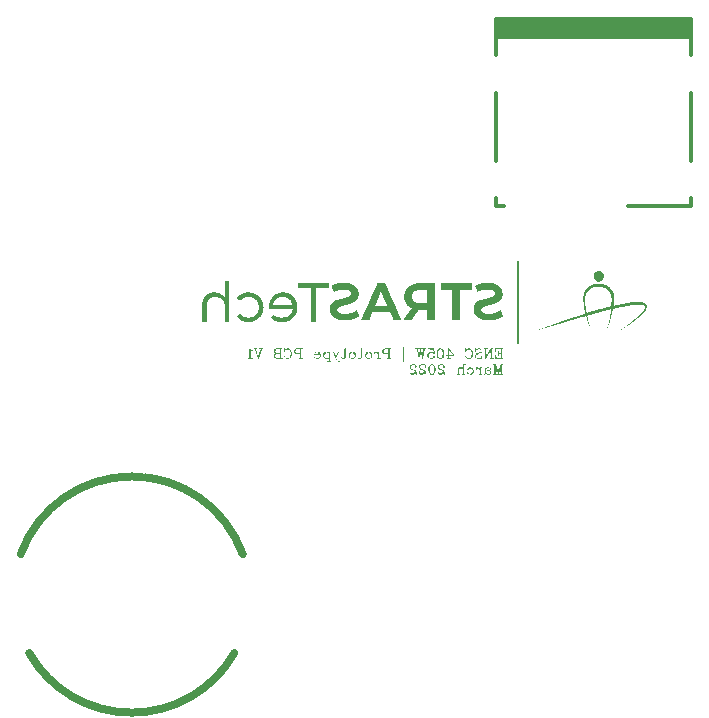
<source format=gbr>
%TF.GenerationSoftware,Altium Limited,Altium Designer,22.2.1 (43)*%
G04 Layer_Color=32896*
%FSLAX26Y26*%
%MOIN*%
%TF.SameCoordinates,FBDAFD36-F916-462A-90D8-3015B88DE517*%
%TF.FilePolarity,Positive*%
%TF.FileFunction,Legend,Bot*%
%TF.Part,Single*%
G01*
G75*
%TA.AperFunction,NonConductor*%
%ADD91C,0.025591*%
%ADD92C,0.011811*%
%ADD93R,0.647244X0.067218*%
G36*
X3253484Y3124835D02*
X3256697D01*
Y3123764D01*
X3258839D01*
Y3122693D01*
X3259910D01*
Y3121622D01*
X3260981D01*
Y3120551D01*
X3262052D01*
Y3119480D01*
X3263123D01*
Y3118410D01*
X3264193D01*
Y3117339D01*
X3265264D01*
Y3115197D01*
X3266335D01*
Y3110913D01*
X3267406D01*
Y3105559D01*
X3266335D01*
Y3101275D01*
X3265264D01*
Y3099133D01*
X3264193D01*
Y3098062D01*
X3263123D01*
Y3095920D01*
X3262052D01*
Y3094849D01*
X3260981D01*
Y3093778D01*
X3258839D01*
Y3092708D01*
X3257768D01*
Y3091637D01*
X3254555D01*
Y3090566D01*
X3244917D01*
Y3091637D01*
X3242775D01*
Y3092708D01*
X3240633D01*
Y3093778D01*
X3239563D01*
Y3094849D01*
X3238492D01*
Y3095920D01*
X3237421D01*
Y3096991D01*
X3236350D01*
Y3098062D01*
X3235279D01*
Y3100204D01*
X3234208D01*
Y3103417D01*
X3233137D01*
Y3113055D01*
X3234208D01*
Y3115197D01*
X3235279D01*
Y3117339D01*
X3236350D01*
Y3119480D01*
X3237421D01*
Y3120551D01*
X3238492D01*
Y3121622D01*
X3239563D01*
Y3122693D01*
X3241704D01*
Y3123764D01*
X3243846D01*
Y3124835D01*
X3247059D01*
Y3125906D01*
X3253484D01*
Y3124835D01*
D02*
G37*
G36*
X2018724Y2960985D02*
Y2959915D01*
Y2955631D01*
X2003731D01*
Y3008106D01*
X2002660D01*
Y3016673D01*
X2001589D01*
Y3019886D01*
X2000518D01*
Y3023098D01*
X1999447D01*
Y3025240D01*
X1998376D01*
Y3026311D01*
X1997305D01*
Y3028453D01*
X1996235D01*
Y3029524D01*
X1995164D01*
Y3030595D01*
X1994093D01*
Y3031666D01*
X1993022D01*
Y3032737D01*
X1990880D01*
Y3033807D01*
X1989809D01*
Y3034878D01*
X1987667D01*
Y3035949D01*
X1985525D01*
Y3037020D01*
X1981242D01*
Y3038091D01*
X1961965D01*
Y3037020D01*
X1958753D01*
Y3035949D01*
X1955540D01*
Y3034878D01*
X1954469D01*
Y3033807D01*
X1953398D01*
Y3032737D01*
X1951256D01*
Y3031666D01*
X1950185D01*
Y3030595D01*
X1949114D01*
Y3028453D01*
X1948044D01*
Y3027382D01*
X1946973D01*
Y3025240D01*
X1945902D01*
Y3023098D01*
X1944831D01*
Y3017744D01*
X1943760D01*
Y2955631D01*
X1928767D01*
Y3023098D01*
X1929838D01*
Y3028453D01*
X1930909D01*
Y3031666D01*
X1931980D01*
Y3033807D01*
X1933051D01*
Y3035949D01*
X1934122D01*
Y3038091D01*
X1935193D01*
Y3039162D01*
X1936264D01*
Y3040233D01*
X1937334D01*
Y3042375D01*
X1938405D01*
Y3043446D01*
X1939476D01*
Y3044517D01*
X1940547D01*
Y3045588D01*
X1942689D01*
Y3046658D01*
X1943760D01*
Y3047729D01*
X1945902D01*
Y3048800D01*
X1948044D01*
Y3049871D01*
X1949114D01*
Y3050942D01*
X1951256D01*
Y3052013D01*
X1956611D01*
Y3053084D01*
X1961965D01*
Y3054155D01*
X1974816D01*
Y3053084D01*
X1979100D01*
Y3052013D01*
X1983384D01*
Y3050942D01*
X1985525D01*
Y3049871D01*
X1988738D01*
Y3048800D01*
X1989809D01*
Y3047729D01*
X1991951D01*
Y3046658D01*
X1994093D01*
Y3045588D01*
X1995164D01*
Y3044517D01*
X1996235D01*
Y3043446D01*
X1997305D01*
Y3042375D01*
X1998376D01*
Y3041304D01*
X1999447D01*
Y3040233D01*
X2000518D01*
Y3039162D01*
X2001589D01*
Y3040233D01*
X2002660D01*
Y3039162D01*
X2003731D01*
Y3092708D01*
X2018724D01*
Y2960985D01*
D02*
G37*
G36*
X2202921Y3053084D02*
X2208275D01*
Y3052013D01*
X2212559D01*
Y3050942D01*
X2215771D01*
Y3049871D01*
X2217913D01*
Y3048800D01*
X2220055D01*
Y3047729D01*
X2222197D01*
Y3046658D01*
X2223268D01*
Y3045588D01*
X2225410D01*
Y3044517D01*
X2226481D01*
Y3043446D01*
X2228622D01*
Y3042375D01*
X2229693D01*
Y3041304D01*
X2230764D01*
Y3040233D01*
X2231835D01*
Y3039162D01*
X2232906D01*
Y3038091D01*
X2233977D01*
Y3035949D01*
X2235048D01*
Y3034878D01*
X2236119D01*
Y3032737D01*
X2237190D01*
Y3031666D01*
X2238260D01*
Y3029524D01*
X2239331D01*
Y3027382D01*
X2240402D01*
Y3025240D01*
X2241473D01*
Y3022028D01*
X2242544D01*
Y3018815D01*
X2243615D01*
Y3014531D01*
X2244686D01*
Y2995255D01*
X2243615D01*
Y2990971D01*
X2242544D01*
Y2986687D01*
X2241473D01*
Y2984546D01*
X2240402D01*
Y2981333D01*
X2239331D01*
Y2979191D01*
X2238260D01*
Y2978120D01*
X2237190D01*
Y2975978D01*
X2236119D01*
Y2974907D01*
X2235048D01*
Y2972766D01*
X2233977D01*
Y2971695D01*
X2232906D01*
Y2970624D01*
X2231835D01*
Y2969553D01*
X2230764D01*
Y2968482D01*
X2229693D01*
Y2967411D01*
X2228622D01*
Y2966340D01*
X2227551D01*
Y2965269D01*
X2226481D01*
Y2964198D01*
X2224339D01*
Y2963127D01*
X2222197D01*
Y2962057D01*
X2221126D01*
Y2960985D01*
X2218984D01*
Y2959915D01*
X2216842D01*
Y2958844D01*
X2213630D01*
Y2957773D01*
X2210417D01*
Y2956702D01*
X2206133D01*
Y2955631D01*
X2200779D01*
Y2954560D01*
X2186857D01*
Y2955631D01*
X2180431D01*
Y2956702D01*
X2176148D01*
Y2957773D01*
X2172935D01*
Y2958844D01*
X2170793D01*
Y2959915D01*
X2168651D01*
Y2960985D01*
X2166510D01*
Y2962057D01*
X2165439D01*
Y2963127D01*
X2163297D01*
Y2964198D01*
X2162226D01*
Y2965269D01*
X2161155D01*
Y2966340D01*
X2160084D01*
Y2967411D01*
X2159013D01*
Y2968482D01*
X2157942D01*
Y2969553D01*
X2156871D01*
Y2971695D01*
X2157942D01*
Y2972766D01*
X2159013D01*
Y2973836D01*
X2160084D01*
Y2974907D01*
X2161155D01*
Y2977049D01*
X2162226D01*
Y2978120D01*
X2163297D01*
Y2979191D01*
X2164368D01*
Y2980262D01*
X2165439D01*
Y2979191D01*
X2166510D01*
Y2978120D01*
X2167580D01*
Y2977049D01*
X2169722D01*
Y2975978D01*
X2170793D01*
Y2974907D01*
X2172935D01*
Y2973836D01*
X2175077D01*
Y2972766D01*
X2177219D01*
Y2971695D01*
X2181502D01*
Y2970624D01*
X2186857D01*
Y2969553D01*
X2197566D01*
Y2970624D01*
X2205062D01*
Y2971695D01*
X2208275D01*
Y2972766D01*
X2211488D01*
Y2973836D01*
X2213630D01*
Y2974907D01*
X2214700D01*
Y2975978D01*
X2216842D01*
Y2977049D01*
X2217913D01*
Y2978120D01*
X2218984D01*
Y2979191D01*
X2220055D01*
Y2980262D01*
X2221126D01*
Y2981333D01*
X2222197D01*
Y2982404D01*
X2223268D01*
Y2983475D01*
X2224339D01*
Y2984546D01*
X2225410D01*
Y2986687D01*
X2226481D01*
Y2988829D01*
X2227551D01*
Y2992042D01*
X2228622D01*
Y2995255D01*
X2229693D01*
Y2998467D01*
X2150446D01*
Y3002751D01*
X2149375D01*
Y3004893D01*
X2150446D01*
Y3014531D01*
X2151517D01*
Y3018815D01*
X2152588D01*
Y3023098D01*
X2153659D01*
Y3025240D01*
X2154729D01*
Y3027382D01*
X2155800D01*
Y3030595D01*
X2156871D01*
Y3031666D01*
X2157942D01*
Y3033807D01*
X2159013D01*
Y3034878D01*
X2160084D01*
Y3037020D01*
X2161155D01*
Y3038091D01*
X2162226D01*
Y3039162D01*
X2163297D01*
Y3040233D01*
X2164368D01*
Y3041304D01*
X2165439D01*
Y3042375D01*
X2166510D01*
Y3043446D01*
X2167580D01*
Y3044517D01*
X2169722D01*
Y3045588D01*
X2170793D01*
Y3046658D01*
X2171864D01*
Y3047729D01*
X2174006D01*
Y3048800D01*
X2176148D01*
Y3049871D01*
X2179360D01*
Y3050942D01*
X2181502D01*
Y3052013D01*
X2185786D01*
Y3053084D01*
X2191140D01*
Y3054155D01*
X2202921D01*
Y3053084D01*
D02*
G37*
G36*
X2088333D02*
X2093688D01*
Y3052013D01*
X2097971D01*
Y3050942D01*
X2101184D01*
Y3049871D01*
X2103326D01*
Y3048800D01*
X2105468D01*
Y3047729D01*
X2107609D01*
Y3046658D01*
X2109751D01*
Y3045588D01*
X2110822D01*
Y3044517D01*
X2112964D01*
Y3043446D01*
X2114035D01*
Y3042375D01*
X2115106D01*
Y3041304D01*
X2116177D01*
Y3040233D01*
X2117248D01*
Y3039162D01*
X2118318D01*
Y3038091D01*
X2120460D01*
Y3035949D01*
X2121531D01*
Y3034878D01*
X2122602D01*
Y3033807D01*
X2123673D01*
Y3031666D01*
X2124744D01*
Y3030595D01*
X2125815D01*
Y3028453D01*
X2126886D01*
Y3025240D01*
X2127957D01*
Y3023098D01*
X2129028D01*
Y3019886D01*
X2130099D01*
Y3015602D01*
X2131169D01*
Y3005964D01*
X2132240D01*
Y3002751D01*
X2131169D01*
Y2993113D01*
X2130099D01*
Y2988829D01*
X2129028D01*
Y2985617D01*
X2127957D01*
Y2983475D01*
X2126886D01*
Y2981333D01*
X2125815D01*
Y2978120D01*
X2124744D01*
Y2977049D01*
X2123673D01*
Y2975978D01*
X2122602D01*
Y2973836D01*
X2121531D01*
Y2972766D01*
X2120460D01*
Y2971695D01*
X2119389D01*
Y2970624D01*
X2118318D01*
Y2969553D01*
X2117248D01*
Y2968482D01*
X2116177D01*
Y2967411D01*
X2115106D01*
Y2966340D01*
X2114035D01*
Y2965269D01*
X2112964D01*
Y2964198D01*
X2110822D01*
Y2963127D01*
X2109751D01*
Y2962057D01*
X2107609D01*
Y2960985D01*
X2105468D01*
Y2959915D01*
X2103326D01*
Y2958844D01*
X2101184D01*
Y2957773D01*
X2097971D01*
Y2956702D01*
X2093688D01*
Y2955631D01*
X2088333D01*
Y2954560D01*
X2075482D01*
Y2955631D01*
X2070128D01*
Y2956702D01*
X2065844D01*
Y2957773D01*
X2062631D01*
Y2958844D01*
X2060489D01*
Y2959915D01*
X2058347D01*
Y2960985D01*
X2056206D01*
Y2962057D01*
X2055135D01*
Y2963127D01*
X2052993D01*
Y2964198D01*
X2051922D01*
Y2965269D01*
X2050851D01*
Y2966340D01*
X2049780D01*
Y2967411D01*
X2048709D01*
Y2968482D01*
X2047638D01*
Y2969553D01*
X2046567D01*
Y2970624D01*
X2045496D01*
Y2972766D01*
X2044426D01*
Y2973836D01*
X2043355D01*
Y2975978D01*
X2044426D01*
Y2977049D01*
X2046567D01*
Y2978120D01*
X2047638D01*
Y2979191D01*
X2049780D01*
Y2980262D01*
X2050851D01*
Y2981333D01*
X2052993D01*
Y2982404D01*
X2055135D01*
Y2981333D01*
X2056206D01*
Y2980262D01*
X2057276D01*
Y2979191D01*
X2058347D01*
Y2978120D01*
X2059418D01*
Y2977049D01*
X2060489D01*
Y2975978D01*
X2062631D01*
Y2974907D01*
X2063702D01*
Y2973836D01*
X2064773D01*
Y2972766D01*
X2067986D01*
Y2971695D01*
X2071198D01*
Y2970624D01*
X2077624D01*
Y2969553D01*
X2088333D01*
Y2970624D01*
X2092617D01*
Y2971695D01*
X2095829D01*
Y2972766D01*
X2099042D01*
Y2973836D01*
X2100113D01*
Y2974907D01*
X2102255D01*
Y2975978D01*
X2103326D01*
Y2977049D01*
X2105468D01*
Y2978120D01*
X2106539D01*
Y2979191D01*
X2107609D01*
Y2980262D01*
X2108680D01*
Y2981333D01*
X2109751D01*
Y2983475D01*
X2110822D01*
Y2984546D01*
X2111893D01*
Y2986687D01*
X2112964D01*
Y2989900D01*
X2114035D01*
Y2992042D01*
X2115106D01*
Y2996326D01*
X2116177D01*
Y3012389D01*
X2115106D01*
Y3015602D01*
Y3016673D01*
X2114035D01*
Y3018815D01*
X2112964D01*
Y3022028D01*
X2111893D01*
Y3024169D01*
X2110822D01*
Y3025240D01*
X2109751D01*
Y3027382D01*
X2108680D01*
Y3028453D01*
X2107609D01*
Y3029524D01*
X2106539D01*
Y3030595D01*
X2105468D01*
Y3031666D01*
X2103326D01*
Y3032737D01*
X2102255D01*
Y3033807D01*
X2100113D01*
Y3034878D01*
X2099042D01*
Y3035949D01*
X2095829D01*
Y3037020D01*
X2092617D01*
Y3038091D01*
X2088333D01*
Y3039162D01*
X2077624D01*
Y3038091D01*
X2071198D01*
Y3037020D01*
X2067986D01*
Y3035949D01*
X2064773D01*
Y3034878D01*
X2063702D01*
Y3033807D01*
X2062631D01*
Y3032737D01*
X2060489D01*
Y3031666D01*
X2059418D01*
Y3030595D01*
X2058347D01*
Y3029524D01*
X2057276D01*
Y3028453D01*
X2056206D01*
Y3027382D01*
X2055135D01*
Y3026311D01*
X2052993D01*
Y3027382D01*
X2051922D01*
Y3028453D01*
X2049780D01*
Y3029524D01*
X2048709D01*
Y3030595D01*
X2046567D01*
Y3031666D01*
X2045496D01*
Y3032737D01*
X2043355D01*
Y3034878D01*
X2044426D01*
Y3037020D01*
X2045496D01*
Y3038091D01*
X2046567D01*
Y3039162D01*
X2047638D01*
Y3040233D01*
X2048709D01*
Y3041304D01*
X2049780D01*
Y3042375D01*
X2050851D01*
Y3043446D01*
X2051922D01*
Y3044517D01*
X2052993D01*
Y3045588D01*
X2054064D01*
Y3046658D01*
X2056206D01*
Y3047729D01*
X2057276D01*
Y3048800D01*
X2059418D01*
Y3049871D01*
X2062631D01*
Y3050942D01*
X2064773D01*
Y3052013D01*
X2069057D01*
Y3053084D01*
X2073340D01*
Y3054155D01*
X2088333D01*
Y3053084D01*
D02*
G37*
G36*
X2826191Y3061651D02*
X2786567D01*
Y2962057D01*
X2760865D01*
Y3061651D01*
X2722312D01*
Y3084140D01*
X2826191D01*
Y3061651D01*
D02*
G37*
G36*
X2704107Y2974907D02*
Y2973836D01*
Y2962057D01*
X2678405D01*
Y2996326D01*
X2649490D01*
Y2995255D01*
X2648420D01*
Y2993113D01*
X2647349D01*
Y2992042D01*
X2646278D01*
Y2989900D01*
X2645207D01*
Y2988829D01*
X2644136D01*
Y2986687D01*
X2643065D01*
Y2985617D01*
X2641994D01*
Y2984546D01*
X2640923D01*
Y2982404D01*
X2639852D01*
Y2981333D01*
X2638781D01*
Y2979191D01*
X2637710D01*
Y2978120D01*
X2636640D01*
Y2975978D01*
X2635569D01*
Y2974907D01*
X2634498D01*
Y2972766D01*
X2633427D01*
Y2971695D01*
X2632356D01*
Y2970624D01*
X2631285D01*
Y2968482D01*
X2630214D01*
Y2967411D01*
X2629143D01*
Y2965269D01*
X2628072D01*
Y2964198D01*
X2627001D01*
Y2962057D01*
X2599158D01*
Y2964198D01*
X2600229D01*
Y2965269D01*
X2601300D01*
Y2967411D01*
X2602370D01*
Y2968482D01*
X2603441D01*
Y2970624D01*
X2604512D01*
Y2971695D01*
X2605583D01*
Y2972766D01*
X2606654D01*
Y2974907D01*
X2607725D01*
Y2975978D01*
X2608796D01*
Y2978120D01*
X2609867D01*
Y2979191D01*
X2610938D01*
Y2981333D01*
X2612009D01*
Y2982404D01*
X2613079D01*
Y2983475D01*
X2614150D01*
Y2985617D01*
X2615221D01*
Y2986687D01*
X2616292D01*
Y2988829D01*
X2617363D01*
Y2989900D01*
X2618434D01*
Y2992042D01*
X2619505D01*
Y2993113D01*
X2620576D01*
Y2995255D01*
X2621647D01*
Y2996326D01*
X2622718D01*
Y2997396D01*
X2623789D01*
Y2999538D01*
X2624860D01*
Y3000609D01*
X2625930D01*
Y3001680D01*
X2624860D01*
Y3002751D01*
X2622718D01*
Y3003822D01*
X2620576D01*
Y3004893D01*
X2619505D01*
Y3005964D01*
X2617363D01*
Y3007035D01*
X2616292D01*
Y3008106D01*
X2614150D01*
Y3009177D01*
X2613079D01*
Y3010247D01*
X2612009D01*
Y3011318D01*
X2610938D01*
Y3012389D01*
X2609867D01*
Y3014531D01*
X2608796D01*
Y3015602D01*
X2607725D01*
Y3016673D01*
X2606654D01*
Y3018815D01*
X2605583D01*
Y3020957D01*
X2604512D01*
Y3023098D01*
X2603441D01*
Y3026311D01*
X2602370D01*
Y3030595D01*
X2601300D01*
Y3049871D01*
X2602370D01*
Y3054155D01*
X2603441D01*
Y3057368D01*
X2604512D01*
Y3059509D01*
X2605583D01*
Y3061651D01*
X2606654D01*
Y3063793D01*
X2607725D01*
Y3064864D01*
X2608796D01*
Y3067006D01*
X2609867D01*
Y3068077D01*
X2610938D01*
Y3069148D01*
X2612009D01*
Y3070218D01*
X2613079D01*
Y3071289D01*
X2614150D01*
Y3072360D01*
X2615221D01*
Y3073431D01*
X2617363D01*
Y3074502D01*
X2618434D01*
Y3075573D01*
X2620576D01*
Y3076644D01*
X2622718D01*
Y3077715D01*
X2623789D01*
Y3078786D01*
X2627001D01*
Y3079857D01*
X2629143D01*
Y3080928D01*
X2631285D01*
Y3081999D01*
X2635569D01*
Y3083069D01*
X2641994D01*
Y3084140D01*
X2704107D01*
Y2974907D01*
D02*
G37*
G36*
X2538116Y3081999D02*
X2539187D01*
Y3079857D01*
X2540258D01*
Y3077715D01*
X2541328D01*
Y3075573D01*
X2542399D01*
Y3072360D01*
X2543470D01*
Y3070218D01*
X2544541D01*
Y3068077D01*
X2545612D01*
Y3065935D01*
X2546683D01*
Y3062722D01*
X2547754D01*
Y3060580D01*
X2548825D01*
Y3058439D01*
X2549896D01*
Y3056297D01*
X2550967D01*
Y3053084D01*
X2552037D01*
Y3050942D01*
X2553108D01*
Y3048800D01*
X2554179D01*
Y3046658D01*
X2555250D01*
Y3043446D01*
X2556321D01*
Y3041304D01*
X2557392D01*
Y3039162D01*
X2558463D01*
Y3037020D01*
X2559534D01*
Y3033807D01*
X2560605D01*
Y3031666D01*
X2561676D01*
Y3029524D01*
X2562747D01*
Y3027382D01*
X2563818D01*
Y3024169D01*
X2564889D01*
Y3022028D01*
X2565959D01*
Y3019886D01*
X2567030D01*
Y3017744D01*
X2568101D01*
Y3014531D01*
X2569172D01*
Y3012389D01*
X2570243D01*
Y3010247D01*
X2571314D01*
Y3008106D01*
X2572385D01*
Y3004893D01*
X2573456D01*
Y3002751D01*
X2574527D01*
Y3000609D01*
X2575598D01*
Y2998467D01*
X2576669D01*
Y2995255D01*
X2577739D01*
Y2993113D01*
X2578810D01*
Y2990971D01*
X2579881D01*
Y2988829D01*
X2580952D01*
Y2985617D01*
X2582023D01*
Y2983475D01*
X2583094D01*
Y2981333D01*
X2584165D01*
Y2979191D01*
X2585236D01*
Y2975978D01*
X2586307D01*
Y2973836D01*
X2587378D01*
Y2971695D01*
X2588448D01*
Y2969553D01*
X2589519D01*
Y2966340D01*
X2590590D01*
Y2964198D01*
X2591661D01*
Y2962057D01*
X2565959D01*
Y2963127D01*
X2564889D01*
Y2965269D01*
X2563818D01*
Y2967411D01*
X2562747D01*
Y2970624D01*
X2561676D01*
Y2972766D01*
X2560605D01*
Y2975978D01*
X2559534D01*
Y2978120D01*
X2558463D01*
Y2981333D01*
X2557392D01*
Y2983475D01*
X2556321D01*
Y2985617D01*
X2555250D01*
Y2988829D01*
X2495279D01*
Y2986687D01*
X2494208D01*
Y2984546D01*
X2493137D01*
Y2981333D01*
X2492066D01*
Y2979191D01*
X2490996D01*
Y2975978D01*
X2489925D01*
Y2973836D01*
X2488854D01*
Y2970624D01*
X2487783D01*
Y2968482D01*
X2486712D01*
Y2966340D01*
X2485641D01*
Y2963127D01*
X2484570D01*
Y2962057D01*
X2457797D01*
Y2964198D01*
X2458868D01*
Y2966340D01*
X2459939D01*
Y2968482D01*
X2461010D01*
Y2971695D01*
X2462081D01*
Y2973836D01*
X2463152D01*
Y2975978D01*
X2464223D01*
Y2978120D01*
X2465294D01*
Y2981333D01*
X2466365D01*
Y2983475D01*
X2467436D01*
Y2985617D01*
X2468506D01*
Y2987758D01*
X2469577D01*
Y2990971D01*
X2470648D01*
Y2993113D01*
X2471719D01*
Y2995255D01*
X2472790D01*
Y2997396D01*
X2473861D01*
Y2999538D01*
X2474932D01*
Y3002751D01*
X2476003D01*
Y3004893D01*
X2477074D01*
Y3007035D01*
X2478145D01*
Y3009177D01*
X2479216D01*
Y3012389D01*
X2480287D01*
Y3014531D01*
X2481357D01*
Y3016673D01*
X2482428D01*
Y3018815D01*
X2483499D01*
Y3022028D01*
X2484570D01*
Y3024169D01*
X2485641D01*
Y3026311D01*
X2486712D01*
Y3028453D01*
X2487783D01*
Y3031666D01*
X2488854D01*
Y3033807D01*
X2489925D01*
Y3035949D01*
X2490996D01*
Y3038091D01*
X2492066D01*
Y3040233D01*
Y3041304D01*
X2493137D01*
Y3043446D01*
X2494208D01*
Y3045588D01*
X2495279D01*
Y3047729D01*
X2496350D01*
Y3050942D01*
X2497421D01*
Y3053084D01*
X2498492D01*
Y3055226D01*
X2499563D01*
Y3057368D01*
X2500634D01*
Y3059509D01*
X2501705D01*
Y3062722D01*
X2502776D01*
Y3064864D01*
X2503847D01*
Y3067006D01*
X2504917D01*
Y3069148D01*
X2505988D01*
Y3072360D01*
X2507059D01*
Y3074502D01*
X2508130D01*
Y3076644D01*
X2509201D01*
Y3078786D01*
X2510272D01*
Y3081999D01*
X2511343D01*
Y3084140D01*
X2538116D01*
Y3081999D01*
D02*
G37*
G36*
X2888304Y3085211D02*
X2894729D01*
Y3084140D01*
X2899013D01*
Y3083069D01*
X2902226D01*
Y3081999D01*
X2905438D01*
Y3080928D01*
X2907580D01*
Y3079857D01*
X2909722D01*
Y3078786D01*
X2911864D01*
Y3077715D01*
X2912935D01*
Y3076644D01*
X2915077D01*
Y3075573D01*
X2916147D01*
Y3074502D01*
X2917218D01*
Y3073431D01*
X2918289D01*
Y3072360D01*
X2919360D01*
Y3071289D01*
X2920431D01*
Y3070218D01*
X2921502D01*
Y3069148D01*
X2922573D01*
Y3068077D01*
X2923644D01*
Y3065935D01*
X2924715D01*
Y3064864D01*
X2925786D01*
Y3061651D01*
X2926856D01*
Y3058439D01*
X2927927D01*
Y3053084D01*
X2928998D01*
Y3043446D01*
X2927927D01*
Y3038091D01*
X2926856D01*
Y3034878D01*
X2925786D01*
Y3032737D01*
X2924715D01*
Y3031666D01*
X2923644D01*
Y3029524D01*
X2922573D01*
Y3028453D01*
X2921502D01*
Y3027382D01*
X2920431D01*
Y3026311D01*
X2919360D01*
Y3025240D01*
X2918289D01*
Y3024169D01*
X2917218D01*
Y3023098D01*
X2915077D01*
Y3022028D01*
X2912935D01*
Y3020957D01*
X2911864D01*
Y3019886D01*
X2908651D01*
Y3018815D01*
X2906509D01*
Y3017744D01*
X2903296D01*
Y3016673D01*
X2899013D01*
Y3015602D01*
X2895800D01*
Y3014531D01*
X2892587D01*
Y3013460D01*
X2888304D01*
Y3012389D01*
X2884020D01*
Y3011318D01*
X2879736D01*
Y3010247D01*
X2875453D01*
Y3009177D01*
X2872240D01*
Y3008106D01*
X2869027D01*
Y3007035D01*
X2866885D01*
Y3005964D01*
X2864744D01*
Y3004893D01*
X2862602D01*
Y3003822D01*
X2861531D01*
Y3002751D01*
X2860460D01*
Y3001680D01*
X2859389D01*
Y3000609D01*
X2858318D01*
Y2992042D01*
X2859389D01*
Y2989900D01*
X2860460D01*
Y2988829D01*
X2861531D01*
Y2987758D01*
X2862602D01*
Y2986687D01*
X2864744D01*
Y2985617D01*
X2866885D01*
Y2984546D01*
X2870098D01*
Y2983475D01*
X2877595D01*
Y2982404D01*
X2887233D01*
Y2983475D01*
X2895800D01*
Y2984546D01*
X2900084D01*
Y2985617D01*
X2904367D01*
Y2986687D01*
X2907580D01*
Y2987758D01*
X2910793D01*
Y2988829D01*
X2912935D01*
Y2989900D01*
X2915077D01*
Y2990971D01*
X2917218D01*
Y2992042D01*
X2919360D01*
Y2993113D01*
X2921502D01*
Y2994184D01*
X2922573D01*
Y2993113D01*
X2923644D01*
Y2989900D01*
X2924715D01*
Y2988829D01*
X2925786D01*
Y2985617D01*
X2926856D01*
Y2983475D01*
X2927927D01*
Y2980262D01*
X2928998D01*
Y2978120D01*
X2930069D01*
Y2975978D01*
X2931140D01*
Y2973836D01*
X2930069D01*
Y2972766D01*
X2927927D01*
Y2971695D01*
X2925786D01*
Y2970624D01*
X2924715D01*
Y2969553D01*
X2922573D01*
Y2968482D01*
X2919360D01*
Y2967411D01*
X2917218D01*
Y2966340D01*
X2914006D01*
Y2965269D01*
X2910793D01*
Y2964198D01*
X2906509D01*
Y2963127D01*
X2902226D01*
Y2962057D01*
X2896871D01*
Y2960985D01*
X2869027D01*
Y2962057D01*
X2864744D01*
Y2963127D01*
X2860460D01*
Y2964198D01*
X2857247D01*
Y2965269D01*
X2855105D01*
Y2966340D01*
X2852964D01*
Y2967411D01*
X2850822D01*
Y2968482D01*
X2848680D01*
Y2969553D01*
X2847609D01*
Y2970624D01*
X2845467D01*
Y2971695D01*
X2844396D01*
Y2972766D01*
X2843325D01*
Y2973836D01*
X2842255D01*
Y2974907D01*
X2841184D01*
Y2975978D01*
X2840113D01*
Y2977049D01*
X2839042D01*
Y2978120D01*
X2837971D01*
Y2980262D01*
X2836900D01*
Y2982404D01*
X2835829D01*
Y2983475D01*
X2834758D01*
Y2986687D01*
X2833687D01*
Y2990971D01*
X2832616D01*
Y3005964D01*
X2833687D01*
Y3010247D01*
X2834758D01*
Y3012389D01*
X2835829D01*
Y3014531D01*
X2836900D01*
Y3015602D01*
X2837971D01*
Y3017744D01*
X2839042D01*
Y3018815D01*
X2840113D01*
Y3019886D01*
X2841184D01*
Y3020957D01*
X2843325D01*
Y3022028D01*
X2844396D01*
Y3023098D01*
X2845467D01*
Y3024169D01*
X2847609D01*
Y3025240D01*
X2849751D01*
Y3026311D01*
X2851893D01*
Y3027382D01*
X2854035D01*
Y3028453D01*
X2857247D01*
Y3029524D01*
X2860460D01*
Y3030595D01*
X2863673D01*
Y3031666D01*
X2867956D01*
Y3032737D01*
X2871169D01*
Y3033807D01*
X2876524D01*
Y3034878D01*
X2880807D01*
Y3035949D01*
X2884020D01*
Y3037020D01*
X2888304D01*
Y3038091D01*
X2891516D01*
Y3039162D01*
X2894729D01*
Y3040233D01*
X2896871D01*
Y3041304D01*
X2897942D01*
Y3042375D01*
X2900084D01*
Y3043446D01*
X2901155D01*
Y3044517D01*
X2902226D01*
Y3046658D01*
X2903296D01*
Y3053084D01*
X2902226D01*
Y3055226D01*
X2901155D01*
Y3057368D01*
X2900084D01*
Y3058439D01*
X2899013D01*
Y3059509D01*
X2897942D01*
Y3060580D01*
X2895800D01*
Y3061651D01*
X2893658D01*
Y3062722D01*
X2889375D01*
Y3063793D01*
X2866885D01*
Y3062722D01*
X2862602D01*
Y3061651D01*
X2858318D01*
Y3060580D01*
X2856176D01*
Y3059509D01*
X2852964D01*
Y3058439D01*
X2850822D01*
Y3057368D01*
X2848680D01*
Y3056297D01*
X2846538D01*
Y3055226D01*
X2845467D01*
Y3057368D01*
X2844396D01*
Y3060580D01*
X2843325D01*
Y3062722D01*
X2842255D01*
Y3064864D01*
X2841184D01*
Y3068077D01*
X2840113D01*
Y3070218D01*
X2839042D01*
Y3073431D01*
X2837971D01*
Y3076644D01*
X2840113D01*
Y3077715D01*
X2842255D01*
Y3078786D01*
X2844396D01*
Y3079857D01*
X2846538D01*
Y3080928D01*
X2849751D01*
Y3081999D01*
X2852964D01*
Y3083069D01*
X2856176D01*
Y3084140D01*
X2862602D01*
Y3085211D01*
X2870098D01*
Y3086282D01*
X2888304D01*
Y3085211D01*
D02*
G37*
G36*
X2408535D02*
X2414961D01*
Y3084140D01*
X2420316D01*
Y3083069D01*
X2423528D01*
Y3081999D01*
X2425670D01*
Y3080928D01*
X2427812D01*
Y3079857D01*
X2429954D01*
Y3078786D01*
X2432095D01*
Y3077715D01*
X2434237D01*
Y3076644D01*
X2435308D01*
Y3075573D01*
X2437450D01*
Y3074502D01*
X2438521D01*
Y3073431D01*
X2439592D01*
Y3072360D01*
X2440663D01*
Y3071289D01*
X2441734D01*
Y3069148D01*
X2442805D01*
Y3068077D01*
X2443876D01*
Y3067006D01*
X2444946D01*
Y3064864D01*
X2446017D01*
Y3062722D01*
X2447088D01*
Y3059509D01*
X2448159D01*
Y3056297D01*
X2449230D01*
Y3041304D01*
X2448159D01*
Y3037020D01*
X2447088D01*
Y3034878D01*
X2446017D01*
Y3032737D01*
X2444946D01*
Y3030595D01*
X2443876D01*
Y3029524D01*
X2442805D01*
Y3028453D01*
X2441734D01*
Y3027382D01*
X2440663D01*
Y3026311D01*
X2439592D01*
Y3025240D01*
X2438521D01*
Y3024169D01*
X2437450D01*
Y3023098D01*
X2435308D01*
Y3022028D01*
X2434237D01*
Y3020957D01*
X2432095D01*
Y3019886D01*
X2429954D01*
Y3018815D01*
X2426741D01*
Y3017744D01*
X2423528D01*
Y3016673D01*
X2420316D01*
Y3015602D01*
X2416032D01*
Y3014531D01*
X2412819D01*
Y3013460D01*
X2408535D01*
Y3012389D01*
X2404252D01*
Y3011318D01*
X2399968D01*
Y3010247D01*
X2396755D01*
Y3009177D01*
X2392472D01*
Y3008106D01*
X2389259D01*
Y3007035D01*
X2387117D01*
Y3005964D01*
X2384975D01*
Y3004893D01*
X2383905D01*
Y3003822D01*
X2381763D01*
Y3002751D01*
X2380692D01*
Y3001680D01*
X2379621D01*
Y2999538D01*
X2378550D01*
Y2992042D01*
X2379621D01*
Y2990971D01*
X2380692D01*
Y2988829D01*
X2381763D01*
Y2987758D01*
X2383905D01*
Y2986687D01*
X2384975D01*
Y2985617D01*
X2387117D01*
Y2984546D01*
X2391401D01*
Y2983475D01*
X2398897D01*
Y2982404D01*
X2407465D01*
Y2983475D01*
X2417103D01*
Y2984546D01*
X2421386D01*
Y2985617D01*
X2425670D01*
Y2986687D01*
X2428883D01*
Y2987758D01*
X2431025D01*
Y2988829D01*
X2433166D01*
Y2989900D01*
X2436379D01*
Y2990971D01*
X2438521D01*
Y2992042D01*
X2439592D01*
Y2993113D01*
X2441734D01*
Y2994184D01*
X2442805D01*
Y2993113D01*
X2443876D01*
Y2990971D01*
X2444946D01*
Y2988829D01*
X2446017D01*
Y2986687D01*
X2447088D01*
Y2983475D01*
X2448159D01*
Y2981333D01*
X2449230D01*
Y2980262D01*
Y2979191D01*
X2450301D01*
Y2977049D01*
X2451372D01*
Y2973836D01*
X2450301D01*
Y2972766D01*
X2448159D01*
Y2971695D01*
X2447088D01*
Y2970624D01*
X2444946D01*
Y2969553D01*
X2442805D01*
Y2968482D01*
X2440663D01*
Y2967411D01*
X2437450D01*
Y2966340D01*
X2434237D01*
Y2965269D01*
X2431025D01*
Y2964198D01*
X2427812D01*
Y2963127D01*
X2422457D01*
Y2962057D01*
X2417103D01*
Y2960985D01*
X2390330D01*
Y2962057D01*
X2384975D01*
Y2963127D01*
X2380692D01*
Y2964198D01*
X2378550D01*
Y2965269D01*
X2375337D01*
Y2966340D01*
X2373195D01*
Y2967411D01*
X2371053D01*
Y2968482D01*
X2369983D01*
Y2969553D01*
X2367841D01*
Y2970624D01*
X2366770D01*
Y2971695D01*
X2364628D01*
Y2972766D01*
X2363557D01*
Y2973836D01*
X2362486D01*
Y2974907D01*
X2361415D01*
Y2975978D01*
X2360344D01*
Y2978120D01*
X2359273D01*
Y2979191D01*
X2358203D01*
Y2981333D01*
X2357132D01*
Y2982404D01*
X2356061D01*
Y2984546D01*
X2354990D01*
Y2987758D01*
X2353919D01*
Y2992042D01*
X2352848D01*
Y3004893D01*
X2353919D01*
Y3009177D01*
X2354990D01*
Y3011318D01*
X2356061D01*
Y3013460D01*
X2357132D01*
Y3015602D01*
X2358203D01*
Y3016673D01*
X2359273D01*
Y3017744D01*
X2360344D01*
Y3018815D01*
X2361415D01*
Y3019886D01*
X2362486D01*
Y3020957D01*
X2363557D01*
Y3022028D01*
X2364628D01*
Y3023098D01*
X2366770D01*
Y3024169D01*
X2367841D01*
Y3025240D01*
X2369983D01*
Y3026311D01*
X2372124D01*
Y3027382D01*
X2375337D01*
Y3028453D01*
X2378550D01*
Y3029524D01*
X2380692D01*
Y3030595D01*
X2383905D01*
Y3031666D01*
X2388188D01*
Y3032737D01*
X2392472D01*
Y3033807D01*
X2396755D01*
Y3034878D01*
X2401039D01*
Y3035949D01*
X2405323D01*
Y3037020D01*
X2408535D01*
Y3038091D01*
X2411748D01*
Y3039162D01*
X2414961D01*
Y3040233D01*
X2417103D01*
Y3041304D01*
X2419244D01*
Y3042375D01*
X2420316D01*
Y3043446D01*
X2421386D01*
Y3044517D01*
X2422457D01*
Y3045588D01*
X2423528D01*
Y3054155D01*
X2422457D01*
Y3056297D01*
X2421386D01*
Y3057368D01*
X2420316D01*
Y3058439D01*
X2419244D01*
Y3059509D01*
X2418174D01*
Y3060580D01*
X2416032D01*
Y3061651D01*
X2414961D01*
Y3062722D01*
X2410677D01*
Y3063793D01*
X2388188D01*
Y3062722D01*
X2382834D01*
Y3061651D01*
X2379621D01*
Y3060580D01*
X2376408D01*
Y3059509D01*
X2373195D01*
Y3058439D01*
X2371053D01*
Y3057368D01*
X2368912D01*
Y3056297D01*
X2365699D01*
Y3058439D01*
X2364628D01*
Y3060580D01*
X2363557D01*
Y3063793D01*
X2362486D01*
Y3065935D01*
X2361415D01*
Y3069148D01*
X2360344D01*
Y3071289D01*
X2359273D01*
Y3074502D01*
X2358203D01*
Y3076644D01*
X2360344D01*
Y3077715D01*
X2362486D01*
Y3078786D01*
X2364628D01*
Y3079857D01*
X2367841D01*
Y3080928D01*
X2369983D01*
Y3081999D01*
X2373195D01*
Y3083069D01*
X2377479D01*
Y3084140D01*
X2382834D01*
Y3085211D01*
X2391401D01*
Y3086282D01*
X2408535D01*
Y3085211D01*
D02*
G37*
G36*
X2349635Y3069148D02*
X2305728D01*
Y2955631D01*
X2289664D01*
Y3069148D01*
X2245757D01*
Y3085211D01*
X2349635D01*
Y3069148D01*
D02*
G37*
G36*
X3281328Y2941709D02*
X3280257D01*
Y2944922D01*
X3281328D01*
Y2941709D01*
D02*
G37*
G36*
X3280257Y2939567D02*
X3279186D01*
Y2940638D01*
X3280257D01*
Y2939567D01*
D02*
G37*
G36*
X3220286D02*
X3219215D01*
Y2940638D01*
X3220286D01*
Y2939567D01*
D02*
G37*
G36*
X3257768Y3081999D02*
X3264193D01*
Y3080928D01*
X3267406D01*
Y3079857D01*
X3270619D01*
Y3078786D01*
X3273832D01*
Y3077715D01*
X3275974D01*
Y3076644D01*
X3278115D01*
Y3075573D01*
X3279186D01*
Y3074502D01*
X3281328D01*
Y3073431D01*
X3282399D01*
Y3072360D01*
X3284541D01*
Y3071289D01*
X3285612D01*
Y3070218D01*
X3286683D01*
Y3069148D01*
X3287754D01*
Y3068077D01*
X3288825D01*
Y3067006D01*
X3289895D01*
Y3065935D01*
X3290966D01*
Y3064864D01*
X3292037D01*
Y3062722D01*
X3293108D01*
Y3061651D01*
X3294179D01*
Y3059509D01*
X3295250D01*
Y3058439D01*
X3296321D01*
Y3056297D01*
X3297392D01*
Y3054155D01*
X3298463D01*
Y3050942D01*
X3299534D01*
Y3046658D01*
X3300604D01*
Y3042375D01*
X3301675D01*
Y3020957D01*
X3300604D01*
Y3013460D01*
X3299534D01*
Y3010247D01*
X3304888D01*
Y3011318D01*
X3310243D01*
Y3012389D01*
X3314526D01*
Y3013460D01*
X3319881D01*
Y3014531D01*
X3325235D01*
Y3015602D01*
X3330590D01*
Y3016673D01*
X3335945D01*
Y3017744D01*
X3342370D01*
Y3018815D01*
X3348796D01*
Y3019886D01*
X3355221D01*
Y3020957D01*
X3364859D01*
Y3022028D01*
X3391632D01*
Y3020957D01*
X3398057D01*
Y3019886D01*
X3400199D01*
Y3018815D01*
X3403412D01*
Y3017744D01*
X3404483D01*
Y3016673D01*
X3406625D01*
Y3015602D01*
X3407696D01*
Y3013460D01*
X3408767D01*
Y3011318D01*
X3409837D01*
Y3001680D01*
X3408767D01*
Y2998467D01*
X3407696D01*
Y2996326D01*
X3406625D01*
Y2995255D01*
X3405554D01*
Y2993113D01*
X3404483D01*
Y2992042D01*
X3403412D01*
Y2989900D01*
X3402341D01*
Y2988829D01*
X3401270D01*
Y2987758D01*
X3400199D01*
Y2986687D01*
X3399128D01*
Y2985617D01*
X3398057D01*
Y2983475D01*
X3396986D01*
Y2982404D01*
X3395916D01*
Y2981333D01*
X3394845D01*
Y2980262D01*
X3393774D01*
Y2979191D01*
X3392703D01*
Y2978120D01*
X3391632D01*
Y2977049D01*
X3390561D01*
Y2975978D01*
X3388419D01*
Y2974907D01*
X3387348D01*
Y2973836D01*
X3386277D01*
Y2972766D01*
X3385206D01*
Y2971695D01*
X3384136D01*
Y2970624D01*
X3383065D01*
Y2969553D01*
X3380923D01*
Y2968482D01*
X3379852D01*
Y2967411D01*
X3378781D01*
Y2966340D01*
X3377710D01*
Y2965269D01*
X3376639D01*
Y2964198D01*
X3374497D01*
Y2963127D01*
X3373427D01*
Y2962057D01*
X3372356D01*
Y2960985D01*
X3370214D01*
Y2959915D01*
X3369143D01*
Y2958844D01*
X3368072D01*
Y2957773D01*
X3365930D01*
Y2956702D01*
X3364859D01*
Y2955631D01*
X3363788D01*
Y2954560D01*
X3361646D01*
Y2953489D01*
X3360575D01*
Y2952418D01*
X3359505D01*
Y2951347D01*
X3357363D01*
Y2950276D01*
X3356292D01*
Y2949206D01*
X3354150D01*
Y2948135D01*
X3353079D01*
Y2947064D01*
X3350937D01*
Y2945993D01*
X3349866D01*
Y2944922D01*
X3347725D01*
Y2943851D01*
X3346654D01*
Y2942780D01*
X3344512D01*
Y2941709D01*
X3343441D01*
Y2940638D01*
X3341299D01*
Y2939567D01*
X3340228D01*
Y2938496D01*
X3338086D01*
Y2937425D01*
X3337015D01*
Y2936355D01*
X3334874D01*
Y2937425D01*
X3335945D01*
Y2938496D01*
X3337015D01*
Y2939567D01*
X3339157D01*
Y2940638D01*
X3340228D01*
Y2941709D01*
X3341299D01*
Y2942780D01*
X3343441D01*
Y2943851D01*
X3344512D01*
Y2944922D01*
X3345583D01*
Y2945993D01*
X3346654D01*
Y2947064D01*
X3348796D01*
Y2948135D01*
X3349866D01*
Y2949206D01*
X3350937D01*
Y2950276D01*
X3353079D01*
Y2951347D01*
X3354150D01*
Y2952418D01*
X3355221D01*
Y2953489D01*
X3357363D01*
Y2954560D01*
X3358434D01*
Y2955631D01*
X3359505D01*
Y2956702D01*
X3360575D01*
Y2957773D01*
X3362717D01*
Y2958844D01*
X3363788D01*
Y2959915D01*
X3364859D01*
Y2960985D01*
X3365930D01*
Y2962057D01*
X3367001D01*
Y2963127D01*
X3368072D01*
Y2964198D01*
X3370214D01*
Y2965269D01*
X3371285D01*
Y2966340D01*
X3372356D01*
Y2967411D01*
X3373427D01*
Y2968482D01*
X3374497D01*
Y2969553D01*
X3375568D01*
Y2970624D01*
X3376639D01*
Y2971695D01*
X3377710D01*
Y2972766D01*
X3379852D01*
Y2973836D01*
X3380923D01*
Y2974907D01*
X3381994D01*
Y2975978D01*
X3383065D01*
Y2977049D01*
X3384136D01*
Y2978120D01*
X3385206D01*
Y2979191D01*
X3386277D01*
Y2980262D01*
X3387348D01*
Y2981333D01*
X3388419D01*
Y2982404D01*
X3389490D01*
Y2983475D01*
X3390561D01*
Y2984546D01*
X3391632D01*
Y2985617D01*
X3392703D01*
Y2986687D01*
X3393774D01*
Y2987758D01*
X3394845D01*
Y2988829D01*
X3395916D01*
Y2990971D01*
X3396986D01*
Y2992042D01*
X3398057D01*
Y2993113D01*
X3399128D01*
Y2995255D01*
X3400199D01*
Y2996326D01*
X3401270D01*
Y2998467D01*
X3402341D01*
Y2999538D01*
X3403412D01*
Y3002751D01*
X3404483D01*
Y3009177D01*
X3403412D01*
Y3010247D01*
X3401270D01*
Y3011318D01*
X3399128D01*
Y3012389D01*
X3395916D01*
Y3013460D01*
X3367001D01*
Y3012389D01*
X3359505D01*
Y3011318D01*
X3353079D01*
Y3010247D01*
X3346654D01*
Y3009177D01*
X3341299D01*
Y3008106D01*
X3335945D01*
Y3007035D01*
X3329519D01*
Y3005964D01*
X3324164D01*
Y3004893D01*
X3318810D01*
Y3003822D01*
X3314526D01*
Y3002751D01*
X3309172D01*
Y3001680D01*
X3304888D01*
Y3000609D01*
X3300604D01*
Y2999538D01*
X3297392D01*
Y2996326D01*
X3296321D01*
Y2990971D01*
X3295250D01*
Y2986687D01*
X3294179D01*
Y2982404D01*
X3293108D01*
Y2978120D01*
X3292037D01*
Y2973836D01*
X3290966D01*
Y2970624D01*
X3289895D01*
Y2966340D01*
X3288825D01*
Y2963127D01*
X3287754D01*
Y2959915D01*
X3286683D01*
Y2956702D01*
X3285612D01*
Y2953489D01*
X3284541D01*
Y2950276D01*
X3283470D01*
Y2947064D01*
X3282399D01*
Y2944922D01*
X3281328D01*
Y2948135D01*
X3282399D01*
Y2952418D01*
X3283470D01*
Y2956702D01*
X3284541D01*
Y2960985D01*
X3285612D01*
Y2965269D01*
X3286683D01*
Y2970624D01*
X3287754D01*
Y2975978D01*
X3288825D01*
Y2981333D01*
X3289895D01*
Y2986687D01*
X3290966D01*
Y2994184D01*
X3292037D01*
Y2997396D01*
X3286683D01*
Y2996326D01*
X3282399D01*
Y2995255D01*
X3278115D01*
Y2994184D01*
X3273832D01*
Y2993113D01*
X3269548D01*
Y2992042D01*
X3265264D01*
Y2990971D01*
X3260981D01*
Y2989900D01*
X3257768D01*
Y2988829D01*
X3253484D01*
Y2987758D01*
X3249201D01*
Y2986687D01*
X3245988D01*
Y2985617D01*
X3241704D01*
Y2984546D01*
X3238492D01*
Y2983475D01*
X3234208D01*
Y2982404D01*
X3229924D01*
Y2981333D01*
X3226712D01*
Y2980262D01*
X3222428D01*
Y2979191D01*
X3219215D01*
Y2978120D01*
X3214932D01*
Y2977049D01*
X3211719D01*
Y2971695D01*
X3212790D01*
Y2966340D01*
X3213861D01*
Y2960985D01*
X3214932D01*
Y2956702D01*
X3216003D01*
Y2952418D01*
X3217073D01*
Y2948135D01*
X3218144D01*
Y2944922D01*
X3219215D01*
Y2943851D01*
Y2941709D01*
X3218144D01*
Y2944922D01*
X3217073D01*
Y2947064D01*
X3216003D01*
Y2950276D01*
X3214932D01*
Y2953489D01*
X3213861D01*
Y2956702D01*
X3212790D01*
Y2959915D01*
X3211719D01*
Y2963127D01*
X3210648D01*
Y2966340D01*
X3209577D01*
Y2970624D01*
X3208506D01*
Y2973836D01*
X3207435D01*
Y2974907D01*
X3203152D01*
Y2973836D01*
X3199939D01*
Y2972766D01*
X3195655D01*
Y2971695D01*
X3192443D01*
Y2970624D01*
X3188159D01*
Y2969553D01*
X3184946D01*
Y2968482D01*
X3180662D01*
Y2967411D01*
X3177450D01*
Y2966340D01*
X3173166D01*
Y2965269D01*
X3169953D01*
Y2964198D01*
X3165670D01*
Y2963127D01*
X3162457D01*
Y2962057D01*
X3158173D01*
Y2960985D01*
X3154961D01*
Y2959915D01*
X3151748D01*
Y2958844D01*
X3147464D01*
Y2957773D01*
X3144251D01*
Y2956702D01*
X3141039D01*
Y2955631D01*
X3136755D01*
Y2954560D01*
X3133542D01*
Y2953489D01*
X3130330D01*
Y2952418D01*
X3126046D01*
Y2951347D01*
X3122833D01*
Y2950276D01*
X3118550D01*
Y2949206D01*
X3115337D01*
Y2948135D01*
X3112124D01*
Y2947064D01*
X3107840D01*
Y2945993D01*
X3104628D01*
Y2944922D01*
X3101415D01*
Y2943851D01*
X3097131D01*
Y2942780D01*
X3093919D01*
Y2941709D01*
X3090706D01*
Y2940638D01*
X3086422D01*
Y2939567D01*
X3083209D01*
Y2938496D01*
X3078926D01*
Y2937425D01*
X3075713D01*
Y2936355D01*
X3072500D01*
Y2935284D01*
X3068217D01*
Y2934213D01*
X3065004D01*
Y2933142D01*
X3061791D01*
Y2932071D01*
X3057508D01*
Y2933142D01*
X3060720D01*
Y2934213D01*
X3063933D01*
Y2935284D01*
X3066075D01*
Y2936355D01*
X3069288D01*
Y2937425D01*
X3072500D01*
Y2938496D01*
X3074642D01*
Y2939567D01*
X3077855D01*
Y2940638D01*
X3081068D01*
Y2941709D01*
X3084280D01*
Y2942780D01*
X3086422D01*
Y2943851D01*
X3089635D01*
Y2944922D01*
X3092848D01*
Y2945993D01*
X3096061D01*
Y2947064D01*
X3098202D01*
Y2948135D01*
X3101415D01*
Y2949206D01*
X3104628D01*
Y2950276D01*
X3107840D01*
Y2951347D01*
X3109982D01*
Y2952418D01*
X3113195D01*
Y2953489D01*
X3116408D01*
Y2954560D01*
X3119620D01*
Y2955631D01*
X3122833D01*
Y2956702D01*
X3124975D01*
Y2957773D01*
X3128188D01*
Y2958844D01*
X3131401D01*
Y2959915D01*
X3134613D01*
Y2960985D01*
X3137826D01*
Y2962057D01*
X3141039D01*
Y2963127D01*
X3144251D01*
Y2964198D01*
X3147464D01*
Y2965269D01*
X3150677D01*
Y2966340D01*
X3153890D01*
Y2967411D01*
X3157102D01*
Y2968482D01*
X3160315D01*
Y2969553D01*
X3163528D01*
Y2970624D01*
X3166741D01*
Y2971695D01*
X3169953D01*
Y2972766D01*
X3173166D01*
Y2973836D01*
X3176379D01*
Y2974907D01*
X3179591D01*
Y2975978D01*
X3182804D01*
Y2977049D01*
X3186017D01*
Y2978120D01*
X3189230D01*
Y2979191D01*
X3192443D01*
Y2980262D01*
X3195655D01*
Y2981333D01*
X3199939D01*
Y2982404D01*
X3203152D01*
Y2983475D01*
X3205293D01*
Y2986687D01*
X3204222D01*
Y2990971D01*
X3203152D01*
Y2996326D01*
X3202081D01*
Y3001680D01*
X3201010D01*
Y3007035D01*
X3199939D01*
Y3009177D01*
Y3010247D01*
Y3013460D01*
X3198868D01*
Y3022028D01*
X3197797D01*
Y3041304D01*
X3198868D01*
Y3046658D01*
X3199939D01*
Y3050942D01*
X3201010D01*
Y3053084D01*
X3202081D01*
Y3056297D01*
X3203152D01*
Y3058439D01*
X3204222D01*
Y3059509D01*
X3205293D01*
Y3061651D01*
X3206364D01*
Y3062722D01*
X3207435D01*
Y3064864D01*
X3208506D01*
Y3065935D01*
X3209577D01*
Y3067006D01*
X3210648D01*
Y3068077D01*
X3211719D01*
Y3069148D01*
X3212790D01*
Y3070218D01*
X3213861D01*
Y3071289D01*
X3214932D01*
Y3072360D01*
X3217073D01*
Y3073431D01*
X3218144D01*
Y3074502D01*
X3220286D01*
Y3075573D01*
X3221357D01*
Y3076644D01*
X3223499D01*
Y3077715D01*
X3226712D01*
Y3078786D01*
X3228853D01*
Y3079857D01*
X3232066D01*
Y3080928D01*
X3235279D01*
Y3081999D01*
X3241704D01*
Y3083069D01*
X3257768D01*
Y3081999D01*
D02*
G37*
G36*
X3279186Y2936355D02*
X3278115D01*
Y2937425D01*
X3279186D01*
Y2936355D01*
D02*
G37*
G36*
X3221357D02*
X3220286D01*
Y2937425D01*
X3221357D01*
Y2936355D01*
D02*
G37*
G36*
X3334874Y2935284D02*
X3333803D01*
Y2934213D01*
X3331661D01*
Y2935284D01*
X3332732D01*
Y2936355D01*
X3334874D01*
Y2935284D01*
D02*
G37*
G36*
X3331661Y2933142D02*
X3330590D01*
Y2934213D01*
X3331661D01*
Y2933142D01*
D02*
G37*
G36*
X3329519Y2932071D02*
X3328448D01*
Y2933142D01*
X3329519D01*
Y2932071D01*
D02*
G37*
G36*
X3328448Y2931000D02*
X3327377D01*
Y2932071D01*
X3328448D01*
Y2931000D01*
D02*
G37*
G36*
X3057508D02*
X3055366D01*
Y2932071D01*
X3057508D01*
Y2931000D01*
D02*
G37*
G36*
X3326306Y2929929D02*
X3325235D01*
Y2931000D01*
X3326306D01*
Y2929929D01*
D02*
G37*
G36*
X3054295D02*
X3052153D01*
Y2931000D01*
X3054295D01*
Y2929929D01*
D02*
G37*
G36*
X2983615Y2890305D02*
Y2889235D01*
Y2883880D01*
X2976118D01*
Y3158033D01*
X2983615D01*
Y2890305D01*
D02*
G37*
G36*
X2460112Y2867763D02*
X2460374Y2867588D01*
X2460549Y2867414D01*
X2460724Y2867239D01*
X2460811Y2867064D01*
X2460855Y2866889D01*
X2460899Y2866802D01*
Y2866758D01*
Y2857188D01*
X2463477D01*
X2464002Y2857144D01*
X2464395Y2857057D01*
X2464744Y2856969D01*
X2464963Y2856838D01*
X2465138Y2856664D01*
X2465269Y2856576D01*
X2465356Y2856489D01*
Y2856445D01*
X2465444Y2856270D01*
X2465487Y2856095D01*
Y2855921D01*
Y2855833D01*
X2465444Y2855571D01*
X2465400Y2855309D01*
X2465356Y2855134D01*
X2465313Y2855047D01*
X2465225Y2854916D01*
X2465094Y2854784D01*
X2464788Y2854566D01*
X2464526Y2854435D01*
X2464439Y2854391D01*
X2460899D01*
Y2840407D01*
X2459326Y2835251D01*
X2458889Y2834770D01*
X2455393Y2833022D01*
X2451591D01*
X2448182Y2834639D01*
X2447658Y2835076D01*
X2445954Y2838484D01*
X2445866Y2838790D01*
Y2838921D01*
Y2838965D01*
Y2839140D01*
X2445910Y2839227D01*
X2445954Y2839489D01*
Y2839577D01*
Y2839620D01*
X2446216Y2839839D01*
X2446434Y2840014D01*
X2446827Y2840232D01*
X2447046Y2840320D01*
X2447133Y2840363D01*
X2447396D01*
X2447658Y2840276D01*
X2448051Y2840145D01*
X2448313Y2839970D01*
X2448357Y2839926D01*
X2448401Y2839883D01*
X2449887Y2836955D01*
X2452159Y2835819D01*
X2454344D01*
X2455174Y2836649D01*
X2456485Y2840582D01*
Y2854391D01*
X2451547D01*
X2451154Y2854522D01*
X2450848Y2854741D01*
X2450717Y2854916D01*
X2450673Y2855003D01*
X2450498Y2855352D01*
X2450455Y2855615D01*
X2450411Y2855746D01*
Y2855789D01*
X2450455Y2856095D01*
X2450586Y2856401D01*
X2450760Y2856620D01*
X2450935Y2856838D01*
X2451110Y2856969D01*
X2451285Y2857101D01*
X2451416Y2857188D01*
X2456485D01*
Y2866758D01*
X2456791Y2867326D01*
X2456966Y2867501D01*
X2457184Y2867632D01*
X2457534Y2867807D01*
X2457796Y2867851D01*
X2458146D01*
X2458321Y2867807D01*
X2458495Y2867763D01*
X2458583Y2867720D01*
X2458714Y2867588D01*
X2458758Y2867545D01*
X2458845Y2867632D01*
X2458976Y2867720D01*
X2459326Y2867807D01*
X2459457Y2867851D01*
X2459763D01*
X2460112Y2867763D01*
D02*
G37*
G36*
X2405531D02*
X2405793Y2867588D01*
X2405968Y2867414D01*
X2406143Y2867239D01*
X2406230Y2867064D01*
X2406274Y2866889D01*
X2406318Y2866802D01*
Y2866758D01*
Y2857188D01*
X2408896D01*
X2409420Y2857144D01*
X2409814Y2857057D01*
X2410163Y2856969D01*
X2410382Y2856838D01*
X2410557Y2856664D01*
X2410688Y2856576D01*
X2410775Y2856489D01*
Y2856445D01*
X2410862Y2856270D01*
X2410906Y2856095D01*
Y2855921D01*
Y2855833D01*
X2410862Y2855571D01*
X2410819Y2855309D01*
X2410775Y2855134D01*
X2410731Y2855047D01*
X2410644Y2854916D01*
X2410513Y2854784D01*
X2410207Y2854566D01*
X2409945Y2854435D01*
X2409857Y2854391D01*
X2406318D01*
Y2840407D01*
X2404744Y2835251D01*
X2404307Y2834770D01*
X2400811Y2833022D01*
X2397010D01*
X2393601Y2834639D01*
X2393077Y2835076D01*
X2391372Y2838484D01*
X2391285Y2838790D01*
Y2838921D01*
Y2838965D01*
Y2839140D01*
X2391329Y2839227D01*
X2391372Y2839489D01*
Y2839577D01*
Y2839620D01*
X2391634Y2839839D01*
X2391853Y2840014D01*
X2392246Y2840232D01*
X2392465Y2840320D01*
X2392552Y2840363D01*
X2392814D01*
X2393077Y2840276D01*
X2393470Y2840145D01*
X2393732Y2839970D01*
X2393776Y2839926D01*
X2393819Y2839883D01*
X2395305Y2836955D01*
X2397578Y2835819D01*
X2399763D01*
X2400593Y2836649D01*
X2401904Y2840582D01*
Y2854391D01*
X2396966D01*
X2396573Y2854522D01*
X2396267Y2854741D01*
X2396135Y2854916D01*
X2396092Y2855003D01*
X2395917Y2855352D01*
X2395873Y2855615D01*
X2395830Y2855746D01*
Y2855789D01*
X2395873Y2856095D01*
X2396004Y2856401D01*
X2396179Y2856620D01*
X2396354Y2856838D01*
X2396529Y2856969D01*
X2396704Y2857101D01*
X2396835Y2857188D01*
X2401904D01*
Y2866758D01*
X2402210Y2867326D01*
X2402385Y2867501D01*
X2402603Y2867632D01*
X2402953Y2867807D01*
X2403215Y2867851D01*
X2403564D01*
X2403739Y2867807D01*
X2403914Y2867763D01*
X2404001Y2867720D01*
X2404133Y2867588D01*
X2404176Y2867545D01*
X2404264Y2867632D01*
X2404395Y2867720D01*
X2404744Y2867807D01*
X2404876Y2867851D01*
X2405181D01*
X2405531Y2867763D01*
D02*
G37*
G36*
X2087220Y2867851D02*
X2087482Y2867763D01*
X2087657Y2867676D01*
X2087701Y2867632D01*
X2092333Y2863000D01*
X2095086Y2861602D01*
X2095305Y2861514D01*
X2095479Y2861339D01*
X2095698Y2861034D01*
X2095785Y2860771D01*
X2095829Y2860684D01*
Y2860640D01*
X2095785Y2860291D01*
X2095742Y2859985D01*
X2095654Y2859766D01*
X2095567Y2859548D01*
X2095479Y2859373D01*
X2095392Y2859242D01*
X2095305Y2859198D01*
Y2859154D01*
X2094955Y2859023D01*
X2094562Y2858980D01*
X2094300Y2858936D01*
X2094169D01*
X2090629Y2860684D01*
X2089755Y2862126D01*
Y2835819D01*
X2094387D01*
X2095043Y2835688D01*
X2095305Y2835513D01*
X2095523Y2835294D01*
X2095654Y2835032D01*
X2095785Y2834770D01*
X2095829Y2834551D01*
X2095873Y2834376D01*
Y2834245D01*
Y2834202D01*
X2095785Y2833896D01*
X2095654Y2833634D01*
X2095479Y2833415D01*
X2095305Y2833240D01*
X2095130Y2833153D01*
X2094955Y2833066D01*
X2094868Y2833022D01*
X2080228D01*
X2079966Y2833153D01*
X2079791Y2833328D01*
X2079616Y2833459D01*
X2079529Y2833590D01*
X2079442Y2833808D01*
X2079398Y2833896D01*
X2079311Y2834027D01*
X2079267Y2834202D01*
Y2834289D01*
Y2834333D01*
X2079311Y2834595D01*
X2079354Y2834814D01*
X2079442Y2834988D01*
X2079485Y2835076D01*
X2079573Y2835251D01*
X2079747Y2835382D01*
X2080053Y2835600D01*
X2080359Y2835775D01*
X2080447Y2835819D01*
X2085385D01*
Y2866365D01*
X2085516Y2867020D01*
X2085691Y2867326D01*
X2085909Y2867545D01*
X2086128Y2867676D01*
X2086346Y2867807D01*
X2086565Y2867851D01*
X2086740Y2867894D01*
X2086871D01*
X2087220Y2867851D01*
D02*
G37*
G36*
X2698496Y2867851D02*
X2698758Y2867763D01*
X2699151Y2867501D01*
X2699370Y2867195D01*
X2699457Y2867108D01*
Y2867064D01*
X2702604Y2851289D01*
X2702560Y2850720D01*
X2702472Y2850546D01*
X2702341Y2850371D01*
X2702035Y2850065D01*
X2701730Y2849890D01*
X2701642Y2849803D01*
X2701599D01*
X2701162Y2849846D01*
X2700768Y2849890D01*
X2700550Y2849934D01*
X2700462D01*
X2697316Y2853080D01*
X2693470Y2854391D01*
X2689363D01*
X2686872Y2853124D01*
X2684075Y2850414D01*
X2682764Y2846481D01*
Y2843947D01*
X2684119Y2839708D01*
X2686740Y2837086D01*
X2689275Y2835819D01*
X2693252D01*
X2697360Y2837130D01*
X2698452Y2838222D01*
X2698627Y2838528D01*
X2698758Y2838747D01*
X2698889Y2838921D01*
X2698977Y2839009D01*
X2699020Y2839096D01*
X2699151D01*
Y2839140D01*
X2699064Y2839227D01*
X2698933Y2839271D01*
X2698889Y2839315D01*
X2698408Y2839795D01*
X2697971Y2840189D01*
X2697622Y2840538D01*
X2697316Y2840844D01*
X2697097Y2841063D01*
X2696966Y2841238D01*
X2696879Y2841325D01*
X2696835Y2841369D01*
X2696748Y2841675D01*
X2696660Y2841849D01*
Y2841980D01*
Y2842024D01*
X2696704Y2842199D01*
X2696748Y2842417D01*
X2696791Y2842592D01*
X2696835Y2842680D01*
X2698933Y2844733D01*
X2699195Y2844908D01*
X2699457Y2844952D01*
X2699632Y2844996D01*
X2699676D01*
X2699982Y2844952D01*
X2700200Y2844908D01*
X2700375Y2844821D01*
X2700419Y2844777D01*
X2702298Y2842942D01*
X2702472Y2842505D01*
X2702560Y2842111D01*
X2702604Y2841937D01*
Y2841806D01*
Y2841718D01*
Y2841675D01*
Y2840145D01*
X2700856Y2836562D01*
X2698889Y2834726D01*
X2693995Y2833022D01*
X2688882D01*
X2683682Y2834682D01*
X2682370Y2835994D01*
X2681759Y2836605D01*
X2681234Y2837173D01*
X2680754Y2837654D01*
X2680404Y2838004D01*
X2680186Y2838222D01*
X2680098Y2838310D01*
X2678394Y2843335D01*
Y2846744D01*
X2680098Y2851857D01*
X2680754Y2852556D01*
X2681409Y2853211D01*
X2682021Y2853823D01*
X2682545Y2854347D01*
X2683026Y2854828D01*
X2683419Y2855178D01*
X2683638Y2855396D01*
X2683682Y2855484D01*
X2683725D01*
X2688620Y2857101D01*
X2693733Y2857144D01*
X2698845Y2855440D01*
X2699151Y2854653D01*
X2697272Y2863568D01*
X2690542D01*
X2682327Y2865141D01*
X2682021Y2865316D01*
X2681802Y2865535D01*
X2681671Y2865753D01*
X2681540Y2865972D01*
X2681497Y2866146D01*
X2681453Y2866321D01*
Y2866409D01*
Y2866452D01*
X2681497Y2866846D01*
X2681628Y2867152D01*
X2681846Y2867370D01*
X2682065Y2867545D01*
X2682283Y2867676D01*
X2682502Y2867763D01*
X2682633Y2867807D01*
X2682676D01*
X2698190Y2867894D01*
X2698496Y2867851D01*
D02*
G37*
G36*
X2356762Y2857144D02*
X2357068Y2857057D01*
X2357286Y2856969D01*
X2357461Y2856838D01*
X2357592Y2856664D01*
X2357680Y2856576D01*
X2357767Y2856489D01*
Y2856445D01*
X2357854Y2856270D01*
X2357898Y2856095D01*
Y2855921D01*
Y2855833D01*
X2357854Y2855571D01*
X2357811Y2855352D01*
X2357767Y2855178D01*
Y2855090D01*
X2357680Y2854959D01*
X2357548Y2854828D01*
X2357199Y2854610D01*
X2356937Y2854435D01*
X2356849Y2854391D01*
X2353266D01*
Y2825156D01*
X2356063D01*
X2356543Y2825112D01*
X2356980Y2825025D01*
X2357286Y2824894D01*
X2357505Y2824762D01*
X2357636Y2824588D01*
X2357723Y2824457D01*
X2357811Y2824369D01*
Y2824325D01*
X2357854Y2824151D01*
X2357898Y2823976D01*
Y2823845D01*
Y2823757D01*
X2357854Y2823539D01*
X2357811Y2823277D01*
X2357767Y2823146D01*
X2357723Y2823058D01*
X2357636Y2822927D01*
X2357505Y2822796D01*
X2357242Y2822577D01*
X2356980Y2822446D01*
X2356937Y2822403D01*
X2356893D01*
X2345531Y2822272D01*
X2345225Y2822403D01*
X2345006Y2822534D01*
X2344832Y2822665D01*
X2344701Y2822796D01*
X2344570Y2823015D01*
X2344526Y2823102D01*
X2344438Y2823277D01*
X2344395Y2823452D01*
Y2823626D01*
Y2823670D01*
X2344438Y2824063D01*
X2344570Y2824369D01*
X2344744Y2824631D01*
X2344919Y2824850D01*
X2345138Y2824981D01*
X2345312Y2825068D01*
X2345443Y2825156D01*
X2348896D01*
Y2836124D01*
X2348197Y2834770D01*
X2344701Y2833022D01*
X2341117D01*
X2340156Y2833328D01*
X2339238Y2833634D01*
X2338364Y2833896D01*
X2337534Y2834158D01*
X2336878Y2834376D01*
X2336572Y2834508D01*
X2336354Y2834551D01*
X2336135Y2834639D01*
X2336004Y2834682D01*
X2335917Y2834726D01*
X2335873D01*
X2334999Y2835556D01*
X2334300Y2836299D01*
X2333644Y2836911D01*
X2333164Y2837436D01*
X2332771Y2837829D01*
X2332508Y2838135D01*
X2332334Y2838309D01*
X2332290Y2838353D01*
X2330629Y2843248D01*
Y2846744D01*
X2330848Y2847399D01*
X2331023Y2847967D01*
X2331241Y2848535D01*
X2331372Y2849060D01*
X2331678Y2849934D01*
X2331940Y2850633D01*
X2332115Y2851201D01*
X2332246Y2851594D01*
X2332290Y2851813D01*
X2332334Y2851900D01*
X2333164Y2852774D01*
X2333907Y2853517D01*
X2334519Y2854129D01*
X2335043Y2854653D01*
X2335480Y2855047D01*
X2335742Y2855309D01*
X2335961Y2855484D01*
X2336004Y2855527D01*
X2340899Y2857188D01*
X2344701D01*
X2348066Y2855484D01*
X2348939Y2854041D01*
Y2854522D01*
Y2854959D01*
X2348983Y2855352D01*
Y2855658D01*
Y2855877D01*
X2349027Y2856052D01*
Y2856139D01*
Y2856183D01*
X2349071Y2856401D01*
X2349202Y2856576D01*
X2349551Y2856838D01*
X2349857Y2857057D01*
X2349945Y2857101D01*
X2349988D01*
X2356369Y2857188D01*
X2356762Y2857144D01*
D02*
G37*
G36*
X2931111Y2867720D02*
X2931329Y2867589D01*
X2931504Y2867457D01*
X2931635Y2867326D01*
X2931810Y2867152D01*
X2931854Y2867108D01*
Y2867064D01*
X2931898Y2866889D01*
X2931941Y2866715D01*
Y2866584D01*
Y2866496D01*
X2931898Y2866234D01*
X2931854Y2866015D01*
X2931810Y2865841D01*
Y2865753D01*
X2931723Y2865622D01*
X2931592Y2865491D01*
X2931242Y2865273D01*
X2930980Y2865098D01*
X2930892Y2865054D01*
X2927309D01*
Y2835819D01*
X2930106D01*
X2930586Y2835775D01*
X2930980Y2835688D01*
X2931286Y2835557D01*
X2931504Y2835425D01*
X2931635Y2835251D01*
X2931766Y2835119D01*
X2931810Y2835032D01*
Y2834988D01*
X2931898Y2834814D01*
X2931941Y2834682D01*
Y2834508D01*
Y2834464D01*
Y2834202D01*
X2931898Y2834027D01*
X2931854Y2833852D01*
Y2833809D01*
X2931548Y2833415D01*
X2931242Y2833197D01*
X2931023Y2833066D01*
X2930980Y2833022D01*
X2905677D01*
X2905415Y2833153D01*
X2905240Y2833284D01*
X2904935Y2833634D01*
X2904760Y2833896D01*
X2904716Y2833983D01*
Y2834027D01*
Y2843772D01*
X2904803Y2844209D01*
X2904978Y2844471D01*
X2905197Y2844646D01*
X2905459Y2844777D01*
X2905677Y2844865D01*
X2905852Y2844908D01*
X2906027Y2844952D01*
X2906158D01*
X2906420Y2844908D01*
X2906683Y2844821D01*
X2907076Y2844515D01*
X2907338Y2844209D01*
X2907382Y2844122D01*
X2907425Y2844078D01*
X2908868Y2835819D01*
X2922939D01*
Y2849759D01*
X2916646D01*
Y2844952D01*
X2916602Y2844515D01*
X2916428Y2844209D01*
X2916209Y2843947D01*
X2915947Y2843816D01*
X2915729Y2843728D01*
X2915510Y2843685D01*
X2915335Y2843641D01*
X2915291D01*
X2914854Y2843685D01*
X2914549Y2843816D01*
X2914286Y2844034D01*
X2914068Y2844253D01*
X2913937Y2844428D01*
X2913849Y2844646D01*
X2913806Y2844777D01*
Y2844821D01*
Y2856489D01*
Y2857144D01*
X2913849Y2857669D01*
X2914024Y2858018D01*
X2914286Y2858280D01*
X2914549Y2858499D01*
X2914854Y2858586D01*
X2915073Y2858630D01*
X2915248Y2858674D01*
X2915335D01*
X2915641Y2858630D01*
X2915772Y2858586D01*
X2915816D01*
X2916034Y2858455D01*
X2916209Y2858280D01*
X2916471Y2857975D01*
X2916602Y2857712D01*
X2916646Y2857625D01*
Y2857581D01*
Y2852599D01*
X2922939D01*
Y2865054D01*
X2908824D01*
X2907469Y2856882D01*
X2907382Y2856532D01*
X2907207Y2856314D01*
X2906988Y2856139D01*
X2906770Y2856008D01*
X2906552Y2855921D01*
X2906377Y2855877D01*
X2906202D01*
X2905809Y2855921D01*
X2905503Y2856052D01*
X2905240Y2856227D01*
X2905022Y2856445D01*
X2904891Y2856620D01*
X2904803Y2856795D01*
X2904716Y2856926D01*
Y2856970D01*
Y2865753D01*
X2904760Y2866889D01*
X2904847Y2867152D01*
X2905022Y2867326D01*
X2905197Y2867501D01*
X2905372Y2867589D01*
X2905546Y2867676D01*
X2905677Y2867720D01*
X2905765Y2867763D01*
X2905809D01*
X2930805Y2867851D01*
X2931111Y2867720D01*
D02*
G37*
G36*
X2521729Y2857101D02*
X2522123Y2857013D01*
X2522472Y2856926D01*
X2522691Y2856795D01*
X2522865Y2856620D01*
X2522953Y2856532D01*
X2523040Y2856445D01*
Y2856401D01*
X2523128Y2856270D01*
X2523171Y2856052D01*
Y2855877D01*
Y2855833D01*
Y2855789D01*
X2523128Y2855527D01*
X2523084Y2855309D01*
X2523040Y2855134D01*
Y2855047D01*
X2522953Y2854916D01*
X2522822Y2854784D01*
X2522472Y2854566D01*
X2522210Y2854391D01*
X2522123Y2854347D01*
X2518583D01*
Y2835819D01*
X2521336D01*
X2521817Y2835775D01*
X2522210Y2835688D01*
X2522472Y2835556D01*
X2522691Y2835425D01*
X2522865Y2835294D01*
X2522953Y2835163D01*
X2523040Y2835076D01*
Y2835032D01*
X2523128Y2834857D01*
X2523171Y2834682D01*
Y2834508D01*
Y2834464D01*
Y2834202D01*
X2523128Y2834027D01*
X2523084Y2833852D01*
Y2833808D01*
X2522778Y2833415D01*
X2522472Y2833197D01*
X2522254Y2833066D01*
X2522210Y2833022D01*
X2510848D01*
X2510542Y2833109D01*
X2510324Y2833240D01*
X2510149Y2833328D01*
X2510018Y2833503D01*
X2509843Y2833721D01*
X2509799Y2833765D01*
Y2833808D01*
X2509712Y2833983D01*
X2509668Y2834158D01*
Y2834289D01*
Y2834333D01*
Y2834595D01*
X2509712Y2834770D01*
X2509756Y2834901D01*
Y2834945D01*
X2509843Y2835163D01*
X2510018Y2835338D01*
X2510324Y2835600D01*
X2510630Y2835775D01*
X2510717Y2835819D01*
X2514169D01*
Y2846219D01*
X2512858Y2850283D01*
X2510236Y2853036D01*
X2507702Y2854347D01*
X2504730D01*
X2505298Y2853998D01*
X2505691Y2853648D01*
X2505997Y2853342D01*
X2506172Y2853124D01*
X2506303Y2852949D01*
X2506347Y2852818D01*
X2506391Y2852731D01*
Y2852687D01*
Y2852643D01*
X2506347Y2852599D01*
X2506303Y2852337D01*
X2506260Y2852119D01*
X2506216Y2852031D01*
Y2851988D01*
X2505691Y2851463D01*
X2505254Y2850983D01*
X2504861Y2850633D01*
X2504555Y2850371D01*
X2504337Y2850152D01*
X2504162Y2849977D01*
X2504075Y2849934D01*
X2504031Y2849890D01*
X2503769Y2849803D01*
X2503594Y2849759D01*
X2503463D01*
X2503157Y2849803D01*
X2502895Y2849890D01*
X2502720Y2849934D01*
X2502632Y2849977D01*
X2500710Y2851900D01*
X2500579Y2852206D01*
X2500535Y2852599D01*
X2500491Y2852774D01*
Y2852905D01*
Y2852993D01*
Y2853036D01*
Y2853604D01*
X2500447Y2853998D01*
Y2854216D01*
Y2854304D01*
X2500622Y2854872D01*
X2502589Y2856882D01*
X2503157Y2857057D01*
X2508226Y2857101D01*
X2509056Y2856707D01*
X2509756Y2856358D01*
X2510411Y2856095D01*
X2510892Y2855833D01*
X2511329Y2855658D01*
X2511591Y2855527D01*
X2511809Y2855440D01*
X2511853Y2855396D01*
X2514213Y2852512D01*
Y2853299D01*
Y2853998D01*
X2514257Y2854653D01*
Y2855178D01*
Y2855615D01*
X2514300Y2855964D01*
Y2856139D01*
Y2856227D01*
X2514344Y2856401D01*
X2514475Y2856576D01*
X2514825Y2856882D01*
X2515131Y2857057D01*
X2515218Y2857144D01*
X2521205D01*
X2521729Y2857101D01*
D02*
G37*
G36*
X2673718Y2867720D02*
X2673980Y2867501D01*
X2674199Y2867283D01*
X2674330Y2867021D01*
X2674417Y2866802D01*
X2674461Y2866584D01*
Y2866452D01*
Y2866409D01*
Y2866190D01*
X2674417Y2866015D01*
Y2865928D01*
Y2865884D01*
X2674330Y2865666D01*
X2674155Y2865447D01*
X2673805Y2865229D01*
X2673631Y2865141D01*
X2673499Y2865098D01*
X2673412Y2865054D01*
X2669654D01*
X2663711Y2833896D01*
X2663405Y2833415D01*
X2663055Y2833197D01*
X2662662Y2833066D01*
X2662487D01*
X2662356Y2833022D01*
X2662225D01*
X2661875Y2833066D01*
X2661569Y2833153D01*
X2661394Y2833328D01*
X2661220Y2833503D01*
X2661089Y2833634D01*
X2661045Y2833809D01*
X2661001Y2833896D01*
Y2833940D01*
X2656282Y2860771D01*
X2651475Y2833896D01*
X2651212Y2833415D01*
X2651038Y2833284D01*
X2650819Y2833197D01*
X2650338Y2833066D01*
X2650120D01*
X2649945Y2833022D01*
X2649770D01*
X2649508Y2833153D01*
X2649333Y2833284D01*
X2649027Y2833546D01*
X2648896Y2833765D01*
X2648853Y2833852D01*
X2643390Y2862650D01*
X2642822Y2865054D01*
X2639151D01*
X2638889Y2865141D01*
X2638671Y2865272D01*
X2638496Y2865403D01*
X2638365Y2865535D01*
X2638233Y2865709D01*
X2638190Y2865797D01*
X2638102Y2865972D01*
X2638059Y2866190D01*
Y2866365D01*
Y2866409D01*
Y2866671D01*
X2638102Y2866846D01*
X2638146Y2866977D01*
Y2867020D01*
X2638233Y2867239D01*
X2638408Y2867414D01*
X2638714Y2867676D01*
X2638976Y2867807D01*
X2639064Y2867851D01*
X2648634Y2867851D01*
X2649246Y2867720D01*
X2649464Y2867589D01*
X2649595Y2867501D01*
X2649814Y2867326D01*
X2649901Y2867195D01*
X2649945Y2867152D01*
X2649989Y2866977D01*
X2650032Y2866846D01*
X2650076Y2866802D01*
Y2866758D01*
Y2866540D01*
Y2866409D01*
Y2866321D01*
X2650032Y2866146D01*
X2649989Y2865972D01*
X2649945Y2865797D01*
Y2865709D01*
X2649683Y2865491D01*
X2649464Y2865316D01*
X2649290Y2865229D01*
X2649115Y2865141D01*
X2648940Y2865054D01*
X2645706Y2865054D01*
X2649421Y2843860D01*
X2653223Y2866015D01*
X2653485Y2867064D01*
X2653616Y2867326D01*
X2653834Y2867501D01*
X2654009Y2867676D01*
X2654184Y2867763D01*
X2654403Y2867807D01*
X2654534Y2867851D01*
X2654883D01*
X2655102Y2867807D01*
X2655320Y2867720D01*
X2655451Y2867589D01*
X2655495Y2867545D01*
X2655582Y2867632D01*
X2655757Y2867720D01*
X2656107Y2867807D01*
X2656282Y2867851D01*
X2656588D01*
X2657024Y2867676D01*
X2657374Y2867414D01*
X2657549Y2867195D01*
X2657636Y2867152D01*
Y2867108D01*
X2661657Y2843860D01*
X2665284Y2865054D01*
X2662443D01*
X2661963Y2865141D01*
X2661613Y2865273D01*
X2661394Y2865404D01*
X2661351Y2865491D01*
X2661132Y2865841D01*
X2661001Y2866146D01*
X2660957Y2866409D01*
Y2866452D01*
Y2866496D01*
X2661001Y2866802D01*
X2661045Y2866977D01*
X2661089Y2867064D01*
X2661132Y2867108D01*
X2661220Y2867283D01*
X2661351Y2867457D01*
X2661657Y2867676D01*
X2661919Y2867807D01*
X2662006Y2867851D01*
X2673368D01*
X2673718Y2867720D01*
D02*
G37*
G36*
X2386084Y2857101D02*
X2386478Y2857013D01*
X2386827Y2856882D01*
X2387046Y2856751D01*
X2387221Y2856620D01*
X2387308Y2856489D01*
X2387396Y2856401D01*
Y2856358D01*
X2387483Y2856227D01*
X2387527Y2856008D01*
Y2855833D01*
Y2855789D01*
Y2855746D01*
X2387483Y2855484D01*
X2387439Y2855265D01*
X2387396Y2855090D01*
X2387352Y2855003D01*
X2387264Y2854828D01*
X2387133Y2854697D01*
X2386827Y2854479D01*
X2386565Y2854347D01*
X2386478Y2854304D01*
X2385822D01*
X2385298Y2854260D01*
X2383987D01*
X2375422Y2834464D01*
X2378087Y2829220D01*
X2380840Y2826423D01*
X2381802Y2825724D01*
Y2825942D01*
X2382283Y2826467D01*
X2382720Y2826904D01*
X2383113Y2827253D01*
X2383419Y2827559D01*
X2383681Y2827778D01*
X2383856Y2827953D01*
X2383943Y2828040D01*
X2383987Y2828084D01*
X2384249Y2828127D01*
X2384424Y2828171D01*
X2384817D01*
X2385036Y2828127D01*
X2385211Y2828084D01*
X2385298Y2828040D01*
X2387308Y2826073D01*
X2387527Y2825593D01*
Y2825287D01*
X2387483Y2825068D01*
X2387439Y2824850D01*
X2387396Y2824719D01*
X2387352Y2824500D01*
X2387308Y2824457D01*
X2385473Y2822534D01*
X2384861Y2822272D01*
X2384380Y2822315D01*
X2383899D01*
X2383550Y2822359D01*
X2382632D01*
X2379311Y2823976D01*
X2375771Y2827472D01*
X2372800Y2833371D01*
X2363798Y2854347D01*
X2362181D01*
X2361787Y2854391D01*
X2361132D01*
X2360826Y2854610D01*
X2360607Y2854828D01*
X2360476Y2855090D01*
X2360345Y2855352D01*
X2360302Y2855571D01*
X2360258Y2855746D01*
Y2855877D01*
Y2855921D01*
X2360302Y2856227D01*
X2360433Y2856489D01*
X2360607Y2856707D01*
X2360782Y2856882D01*
X2361001Y2856969D01*
X2361175Y2857057D01*
X2361307Y2857144D01*
X2371095D01*
X2371489Y2857013D01*
X2371795Y2856838D01*
X2371969Y2856620D01*
X2372144Y2856401D01*
X2372232Y2856183D01*
X2372275Y2856008D01*
Y2855877D01*
Y2855833D01*
Y2855571D01*
Y2855484D01*
Y2855440D01*
X2372232Y2855265D01*
Y2855221D01*
X2371926Y2854828D01*
X2371620Y2854522D01*
X2371358Y2854391D01*
X2371314Y2854347D01*
X2366682D01*
X2373383Y2839206D01*
X2378087Y2851157D01*
X2379573Y2854347D01*
X2377039D01*
X2376776Y2854391D01*
X2376514Y2854435D01*
X2376165Y2854610D01*
X2375946Y2854741D01*
X2375902Y2854828D01*
X2375684Y2855178D01*
X2375553Y2855484D01*
X2375509Y2855702D01*
Y2855789D01*
Y2855964D01*
X2375553Y2856139D01*
X2375597Y2856314D01*
X2375640Y2856358D01*
X2375946Y2856707D01*
X2376252Y2856926D01*
X2376514Y2857013D01*
X2376602Y2857057D01*
X2376645D01*
X2383157Y2857144D01*
X2385560D01*
X2386084Y2857101D01*
D02*
G37*
G36*
X2807003Y2867676D02*
X2807309Y2867457D01*
X2807527Y2867239D01*
X2807571Y2867195D01*
Y2867152D01*
X2808445Y2864093D01*
X2808926Y2864704D01*
X2809319Y2865185D01*
X2809625Y2865535D01*
X2809887Y2865797D01*
X2810062Y2866015D01*
X2810149Y2866103D01*
X2810237Y2866190D01*
X2815087Y2867763D01*
X2818671Y2867807D01*
X2823784Y2866103D01*
X2827323Y2862651D01*
X2828897Y2859548D01*
X2830601Y2854566D01*
Y2846394D01*
X2829115Y2841806D01*
X2827411Y2838222D01*
X2826843Y2837610D01*
X2826231Y2836999D01*
X2825619Y2836430D01*
X2825051Y2835862D01*
X2824570Y2835382D01*
X2824133Y2835032D01*
X2823871Y2834770D01*
X2823827Y2834726D01*
X2823784Y2834682D01*
X2818933Y2833022D01*
X2815350D01*
X2814563Y2833284D01*
X2813689Y2833546D01*
X2812815Y2833852D01*
X2811985Y2834114D01*
X2811242Y2834333D01*
X2810936Y2834464D01*
X2810630Y2834551D01*
X2810412Y2834639D01*
X2810237Y2834682D01*
X2810149Y2834726D01*
X2810106D01*
X2806697Y2838047D01*
X2805430Y2840538D01*
X2805342Y2840669D01*
X2805255Y2840888D01*
X2805168Y2841063D01*
X2805124Y2841150D01*
X2804949Y2841543D01*
X2804862Y2841849D01*
X2804818Y2842024D01*
Y2842111D01*
X2804905Y2842461D01*
X2805036Y2842767D01*
X2805168Y2842942D01*
X2805255Y2843029D01*
X2805692Y2843248D01*
X2806085Y2843379D01*
X2806347Y2843423D01*
X2806435D01*
X2806697Y2843379D01*
X2806872Y2843335D01*
X2807221Y2843117D01*
X2807396Y2842898D01*
X2807484Y2842854D01*
Y2842811D01*
X2808926Y2839883D01*
X2811679Y2837086D01*
X2815568Y2835819D01*
X2818190D01*
X2820594Y2836955D01*
X2823390Y2839708D01*
X2823696Y2840276D01*
X2824002Y2840844D01*
X2824264Y2841369D01*
X2824527Y2841937D01*
X2824745Y2842374D01*
X2824876Y2842767D01*
X2824964Y2842985D01*
X2825007Y2843073D01*
Y2843117D01*
X2825051Y2843248D01*
X2825138Y2843466D01*
X2825226Y2843685D01*
X2825401Y2844296D01*
X2825619Y2844952D01*
X2825838Y2845608D01*
X2826056Y2846132D01*
X2826100Y2846394D01*
X2826187Y2846569D01*
X2826231Y2846656D01*
Y2846700D01*
Y2853823D01*
X2825969Y2854741D01*
X2825706Y2855571D01*
X2825444Y2856314D01*
X2825182Y2857057D01*
X2824964Y2857669D01*
X2824701Y2858280D01*
X2824527Y2858805D01*
X2824308Y2859242D01*
X2824133Y2859679D01*
X2824002Y2860028D01*
X2823871Y2860291D01*
X2823740Y2860553D01*
X2823653Y2860728D01*
X2823565Y2860859D01*
X2823521Y2860903D01*
Y2860946D01*
X2820768Y2863743D01*
X2818234Y2865054D01*
X2815830D01*
X2811679Y2863699D01*
X2809057Y2861034D01*
X2807527Y2856532D01*
X2807178Y2856183D01*
X2806916Y2856008D01*
X2806653Y2855921D01*
X2806435Y2855877D01*
X2806347D01*
X2805954Y2855921D01*
X2805648Y2856052D01*
X2805386Y2856227D01*
X2805211Y2856445D01*
X2805036Y2856620D01*
X2804949Y2856795D01*
X2804862Y2856926D01*
Y2856970D01*
Y2865928D01*
Y2866321D01*
X2804949Y2866671D01*
X2804993Y2866933D01*
X2805080Y2867152D01*
X2805168Y2867283D01*
X2805211Y2867370D01*
X2805299Y2867457D01*
X2805692Y2867676D01*
X2806085Y2867807D01*
X2806260Y2867851D01*
X2806522D01*
X2807003Y2867676D01*
D02*
G37*
G36*
X2318393Y2855440D02*
X2319180Y2854697D01*
X2319879Y2854041D01*
X2320491Y2853430D01*
X2321015Y2852905D01*
X2321452Y2852468D01*
X2321758Y2852119D01*
X2321933Y2851944D01*
X2322020Y2851856D01*
X2323637Y2846962D01*
Y2843379D01*
X2323244Y2842155D01*
X2322894Y2841106D01*
X2322632Y2840232D01*
X2322370Y2839489D01*
X2322195Y2838921D01*
X2322064Y2838528D01*
X2321977Y2838309D01*
X2321933Y2838222D01*
X2321277Y2837523D01*
X2320622Y2836911D01*
X2320010Y2836299D01*
X2319486Y2835731D01*
X2319005Y2835294D01*
X2318655Y2834945D01*
X2318437Y2834726D01*
X2318349Y2834639D01*
X2313499Y2833022D01*
X2309872D01*
X2308823Y2833328D01*
X2307861Y2833634D01*
X2306988Y2833939D01*
X2306201Y2834202D01*
X2305589Y2834420D01*
X2305327Y2834551D01*
X2305108Y2834595D01*
X2304890Y2834682D01*
X2304759Y2834726D01*
X2304715Y2834770D01*
X2304671D01*
X2301175Y2838266D01*
X2300957Y2839009D01*
X2301088Y2839446D01*
X2301263Y2839795D01*
X2301525Y2840014D01*
X2301787Y2840189D01*
X2302049Y2840276D01*
X2302224Y2840363D01*
X2302443D01*
X2302792Y2840320D01*
X2303011Y2840276D01*
X2303142Y2840189D01*
X2303186Y2840145D01*
X2306245Y2837130D01*
X2310178Y2835819D01*
X2312756D01*
X2315203Y2836955D01*
X2317912Y2839708D01*
X2319267Y2843772D01*
Y2845214D01*
X2302399D01*
X2301744Y2845389D01*
X2301481Y2845564D01*
X2301307Y2845738D01*
X2301132Y2845913D01*
X2301044Y2846088D01*
X2300957Y2846350D01*
Y2846394D01*
Y2846438D01*
Y2849977D01*
X2302661Y2853430D01*
X2304584Y2855352D01*
X2305240Y2855658D01*
X2305764Y2855921D01*
X2306245Y2856183D01*
X2306682Y2856358D01*
X2307031Y2856532D01*
X2307337Y2856664D01*
X2307556Y2856795D01*
X2307774Y2856882D01*
X2308036Y2857013D01*
X2308167Y2857057D01*
X2308211Y2857101D01*
X2313237Y2857144D01*
X2318393Y2855440D01*
D02*
G37*
G36*
X2203375Y2867676D02*
X2203681Y2867457D01*
X2203899Y2867239D01*
X2203943Y2867195D01*
Y2867151D01*
X2204817Y2864093D01*
X2205298Y2864704D01*
X2205691Y2865185D01*
X2205997Y2865535D01*
X2206259Y2865797D01*
X2206434Y2866015D01*
X2206521Y2866103D01*
X2206609Y2866190D01*
X2211459Y2867763D01*
X2215043Y2867807D01*
X2220156Y2866103D01*
X2223695Y2862650D01*
X2225269Y2859548D01*
X2226973Y2854566D01*
Y2846394D01*
X2225487Y2841805D01*
X2223783Y2838222D01*
X2223215Y2837610D01*
X2222603Y2836999D01*
X2221991Y2836430D01*
X2221423Y2835862D01*
X2220942Y2835382D01*
X2220505Y2835032D01*
X2220243Y2834770D01*
X2220199Y2834726D01*
X2220156Y2834682D01*
X2215305Y2833022D01*
X2211722D01*
X2210935Y2833284D01*
X2210061Y2833546D01*
X2209187Y2833852D01*
X2208357Y2834114D01*
X2207614Y2834333D01*
X2207308Y2834464D01*
X2207002Y2834551D01*
X2206783Y2834639D01*
X2206609Y2834682D01*
X2206521Y2834726D01*
X2206477D01*
X2203069Y2838047D01*
X2201802Y2840538D01*
X2201714Y2840669D01*
X2201627Y2840888D01*
X2201539Y2841063D01*
X2201496Y2841150D01*
X2201321Y2841543D01*
X2201233Y2841849D01*
X2201190Y2842024D01*
Y2842111D01*
X2201277Y2842461D01*
X2201408Y2842767D01*
X2201539Y2842942D01*
X2201627Y2843029D01*
X2202064Y2843248D01*
X2202457Y2843379D01*
X2202719Y2843422D01*
X2202807D01*
X2203069Y2843379D01*
X2203244Y2843335D01*
X2203593Y2843117D01*
X2203768Y2842898D01*
X2203856Y2842854D01*
Y2842811D01*
X2205298Y2839883D01*
X2208051Y2837086D01*
X2211940Y2835819D01*
X2214562D01*
X2216965Y2836955D01*
X2219762Y2839708D01*
X2220068Y2840276D01*
X2220374Y2840844D01*
X2220636Y2841369D01*
X2220898Y2841937D01*
X2221117Y2842374D01*
X2221248Y2842767D01*
X2221336Y2842985D01*
X2221379Y2843073D01*
Y2843117D01*
X2221423Y2843248D01*
X2221510Y2843466D01*
X2221598Y2843685D01*
X2221773Y2844296D01*
X2221991Y2844952D01*
X2222209Y2845607D01*
X2222428Y2846132D01*
X2222472Y2846394D01*
X2222559Y2846569D01*
X2222603Y2846656D01*
Y2846700D01*
Y2853823D01*
X2222341Y2854741D01*
X2222078Y2855571D01*
X2221816Y2856314D01*
X2221554Y2857057D01*
X2221336Y2857669D01*
X2221073Y2858280D01*
X2220898Y2858805D01*
X2220680Y2859242D01*
X2220505Y2859679D01*
X2220374Y2860028D01*
X2220243Y2860291D01*
X2220112Y2860553D01*
X2220024Y2860728D01*
X2219937Y2860859D01*
X2219893Y2860902D01*
Y2860946D01*
X2217140Y2863743D01*
X2214606Y2865054D01*
X2212202D01*
X2208051Y2863699D01*
X2205429Y2861034D01*
X2203899Y2856532D01*
X2203550Y2856183D01*
X2203287Y2856008D01*
X2203025Y2855921D01*
X2202807Y2855877D01*
X2202719D01*
X2202326Y2855921D01*
X2202020Y2856052D01*
X2201758Y2856227D01*
X2201583Y2856445D01*
X2201408Y2856620D01*
X2201321Y2856795D01*
X2201233Y2856926D01*
Y2856969D01*
Y2865928D01*
Y2866321D01*
X2201321Y2866671D01*
X2201365Y2866933D01*
X2201452Y2867151D01*
X2201539Y2867283D01*
X2201583Y2867370D01*
X2201671Y2867457D01*
X2202064Y2867676D01*
X2202457Y2867807D01*
X2202632Y2867851D01*
X2202894D01*
X2203375Y2867676D01*
D02*
G37*
G36*
X2878846Y2867501D02*
X2879021Y2867370D01*
X2879108Y2867239D01*
X2879283Y2866889D01*
X2879326Y2866584D01*
Y2866496D01*
Y2866452D01*
Y2866234D01*
X2879283Y2866059D01*
X2879239Y2865928D01*
Y2865884D01*
X2879152Y2865666D01*
X2878977Y2865447D01*
X2878671Y2865229D01*
X2878365Y2865098D01*
X2878278Y2865054D01*
X2874738D01*
Y2841281D01*
X2890601Y2867414D01*
X2890820Y2867545D01*
X2891038Y2867676D01*
X2891388Y2867763D01*
X2891650Y2867807D01*
X2891737D01*
X2896675Y2867763D01*
X2897374Y2867720D01*
X2897943Y2867632D01*
X2898336Y2867545D01*
X2898642Y2867414D01*
X2898860Y2867239D01*
X2898991Y2867152D01*
X2899079Y2867064D01*
Y2867021D01*
X2899122Y2866846D01*
X2899166Y2866715D01*
Y2866540D01*
Y2866496D01*
X2899122Y2866234D01*
X2899079Y2866015D01*
X2899035Y2865841D01*
Y2865753D01*
X2898948Y2865622D01*
X2898817Y2865491D01*
X2898467Y2865273D01*
X2898205Y2865098D01*
X2898117Y2865054D01*
X2894534D01*
Y2835819D01*
X2897331D01*
X2897811Y2835775D01*
X2898205Y2835688D01*
X2898511Y2835557D01*
X2898729Y2835425D01*
X2898860Y2835251D01*
X2898991Y2835119D01*
X2899035Y2835032D01*
Y2834988D01*
X2899122Y2834814D01*
X2899166Y2834682D01*
Y2834508D01*
Y2834464D01*
Y2834202D01*
X2899122Y2834027D01*
X2899079Y2833852D01*
Y2833809D01*
X2898773Y2833415D01*
X2898467Y2833197D01*
X2898249Y2833066D01*
X2898205Y2833022D01*
X2888635D01*
X2888372Y2833066D01*
X2888110Y2833109D01*
X2887760Y2833284D01*
X2887542Y2833415D01*
X2887498Y2833503D01*
X2887280Y2833852D01*
X2887192Y2834158D01*
X2887149Y2834333D01*
Y2834420D01*
X2887192Y2834595D01*
X2887236Y2834814D01*
X2887323Y2834945D01*
X2887367Y2835032D01*
X2887455Y2835207D01*
X2887586Y2835338D01*
X2887892Y2835600D01*
X2888154Y2835775D01*
X2888241Y2835819D01*
X2891693D01*
Y2861951D01*
X2874345Y2833415D01*
X2873951Y2833197D01*
X2873602Y2833066D01*
X2873383Y2833022D01*
X2873296D01*
X2872903Y2833066D01*
X2872597Y2833197D01*
X2872334Y2833372D01*
X2872160Y2833590D01*
X2872028Y2833765D01*
X2871941Y2833940D01*
X2871897Y2834071D01*
Y2834114D01*
Y2865054D01*
X2868838D01*
X2868532Y2865098D01*
X2868270Y2865185D01*
X2868052Y2865273D01*
X2867877Y2865316D01*
X2867746Y2865404D01*
X2867659Y2865447D01*
X2867484Y2865753D01*
X2867396Y2866103D01*
X2867353Y2866365D01*
Y2866409D01*
Y2866452D01*
Y2866758D01*
X2867396Y2866933D01*
X2867440Y2867064D01*
X2867484Y2867108D01*
X2867571Y2867283D01*
X2867746Y2867457D01*
X2868052Y2867676D01*
X2868358Y2867807D01*
X2868445Y2867851D01*
X2878365D01*
X2878846Y2867501D01*
D02*
G37*
G36*
X2839253Y2867807D02*
X2839516Y2867763D01*
X2839865Y2867545D01*
X2840128Y2867326D01*
X2840171Y2867283D01*
X2840215Y2867239D01*
X2841133Y2864093D01*
X2841570Y2864661D01*
X2841963Y2865098D01*
X2842269Y2865491D01*
X2842487Y2865753D01*
X2842662Y2865928D01*
X2842793Y2866059D01*
X2842837Y2866146D01*
X2842881D01*
X2847775Y2867763D01*
X2852844Y2867807D01*
X2853500Y2867589D01*
X2854111Y2867370D01*
X2854723Y2867195D01*
X2855204Y2867021D01*
X2855685Y2866846D01*
X2856122Y2866715D01*
X2856515Y2866584D01*
X2856821Y2866496D01*
X2857389Y2866321D01*
X2857739Y2866190D01*
X2857957Y2866146D01*
X2858044Y2866103D01*
X2861541Y2862651D01*
X2861759Y2862170D01*
Y2858543D01*
X2860098Y2855047D01*
X2858132Y2853037D01*
X2855029Y2851463D01*
X2846027Y2848448D01*
X2843012Y2846962D01*
X2840390Y2844471D01*
Y2839533D01*
X2842837Y2837130D01*
X2846726Y2835819D01*
X2850921D01*
X2855029Y2837086D01*
X2857651Y2839708D01*
X2859137Y2844253D01*
X2859530Y2844690D01*
X2859836Y2844865D01*
X2860098Y2844908D01*
X2860273Y2844952D01*
X2860579D01*
X2860798Y2844908D01*
X2860972Y2844865D01*
X2861060Y2844821D01*
X2861235Y2844733D01*
X2861366Y2844646D01*
X2861584Y2844340D01*
X2861715Y2844078D01*
X2861759Y2843991D01*
Y2843947D01*
Y2834901D01*
Y2834508D01*
X2861715Y2834202D01*
X2861628Y2833940D01*
X2861541Y2833721D01*
X2861497Y2833590D01*
X2861409Y2833503D01*
X2861366Y2833415D01*
X2861016Y2833197D01*
X2860623Y2833066D01*
X2860404D01*
X2860273Y2833022D01*
X2860142D01*
X2859661Y2833197D01*
X2859356Y2833459D01*
X2859137Y2833677D01*
X2859093Y2833721D01*
Y2833765D01*
X2858219Y2836736D01*
X2857782Y2836125D01*
X2857389Y2835688D01*
X2857083Y2835294D01*
X2856821Y2835032D01*
X2856646Y2834857D01*
X2856515Y2834726D01*
X2856428Y2834639D01*
X2851621Y2833022D01*
X2846508D01*
X2845721Y2833284D01*
X2844847Y2833546D01*
X2844017Y2833852D01*
X2843186Y2834114D01*
X2842444Y2834333D01*
X2842138Y2834464D01*
X2841832Y2834551D01*
X2841613Y2834639D01*
X2841439Y2834682D01*
X2841351Y2834726D01*
X2841307D01*
X2837768Y2838135D01*
X2837549Y2838615D01*
Y2845302D01*
X2839297Y2848841D01*
X2841220Y2850808D01*
X2844410Y2852381D01*
X2853587Y2855484D01*
X2856384Y2856838D01*
X2858919Y2859417D01*
Y2861296D01*
X2856515Y2863743D01*
X2852626Y2865054D01*
X2848518D01*
X2844323Y2863699D01*
X2841744Y2861034D01*
X2840390Y2856882D01*
X2840346Y2856707D01*
X2840215Y2856532D01*
X2839953Y2856270D01*
X2839691Y2856052D01*
X2839647Y2856008D01*
X2839603D01*
X2839341Y2855921D01*
X2839166Y2855877D01*
X2838991D01*
X2838598Y2855921D01*
X2838248Y2856052D01*
X2838030Y2856270D01*
X2837811Y2856489D01*
X2837680Y2856664D01*
X2837593Y2856882D01*
X2837549Y2857013D01*
Y2857057D01*
Y2866278D01*
X2837637Y2866933D01*
X2837768Y2867152D01*
X2837899Y2867370D01*
X2838205Y2867632D01*
X2838467Y2867720D01*
X2838511Y2867763D01*
X2838554D01*
X2838816Y2867851D01*
X2838991D01*
X2839253Y2867807D01*
D02*
G37*
G36*
X2748576Y2867851D02*
X2748794Y2867807D01*
X2749100Y2867632D01*
X2749275Y2867414D01*
X2749363Y2867370D01*
Y2867326D01*
X2766274Y2844165D01*
X2766449Y2844122D01*
X2766493Y2843903D01*
X2766537Y2843728D01*
Y2843554D01*
Y2843510D01*
X2766493Y2843204D01*
X2766449Y2843029D01*
X2766406Y2842898D01*
Y2842854D01*
X2766318Y2842680D01*
X2766187Y2842505D01*
X2765838Y2842286D01*
X2765575Y2842199D01*
X2765488Y2842155D01*
X2751242D01*
Y2835819D01*
X2753995D01*
X2754476Y2835775D01*
X2754825Y2835688D01*
X2755131Y2835557D01*
X2755393Y2835425D01*
X2755524Y2835251D01*
X2755655Y2835119D01*
X2755743Y2835032D01*
Y2834988D01*
X2755830Y2834814D01*
X2755874Y2834639D01*
X2755918Y2834508D01*
Y2834464D01*
X2755874Y2834071D01*
X2755743Y2833721D01*
X2755568Y2833459D01*
X2755349Y2833284D01*
X2755175Y2833153D01*
X2755000Y2833066D01*
X2754869Y2833022D01*
X2743507D01*
X2743026Y2833240D01*
X2742720Y2833503D01*
X2742502Y2833721D01*
X2742458Y2833765D01*
Y2833809D01*
X2742371Y2834071D01*
X2742327Y2834245D01*
Y2834377D01*
Y2834420D01*
X2742371Y2834770D01*
X2742502Y2835032D01*
X2742677Y2835294D01*
X2742851Y2835469D01*
X2743070Y2835644D01*
X2743245Y2835731D01*
X2743376Y2835819D01*
X2746828D01*
Y2842155D01*
X2740710D01*
X2740448Y2842199D01*
X2740186Y2842243D01*
X2739792Y2842461D01*
X2739574Y2842680D01*
X2739486Y2842723D01*
Y2842767D01*
X2739399Y2842985D01*
X2739312Y2843248D01*
Y2843466D01*
Y2843510D01*
Y2843554D01*
X2739355Y2843947D01*
X2739486Y2844253D01*
X2739617Y2844515D01*
X2739792Y2844690D01*
X2740011Y2844821D01*
X2740142Y2844908D01*
X2740273Y2844952D01*
X2746828D01*
Y2866278D01*
Y2866584D01*
X2746915Y2866846D01*
X2747003Y2867064D01*
X2747090Y2867239D01*
X2747265Y2867457D01*
X2747309Y2867501D01*
X2747352D01*
X2747746Y2867720D01*
X2748052Y2867851D01*
X2748270Y2867894D01*
X2748358D01*
X2748576Y2867851D01*
D02*
G37*
G36*
X2728387Y2866234D02*
X2728824Y2865972D01*
X2732232Y2860903D01*
X2733805Y2853124D01*
Y2848142D01*
X2732189Y2839883D01*
X2729042Y2835119D01*
X2728561Y2834682D01*
X2723667Y2833022D01*
X2720084D01*
X2715189Y2834551D01*
X2714621Y2834857D01*
X2711300Y2839927D01*
X2709639Y2847880D01*
Y2852599D01*
X2711256Y2860859D01*
X2714446Y2865666D01*
X2714883Y2866146D01*
X2719952Y2867807D01*
X2723448Y2867851D01*
X2728387Y2866234D01*
D02*
G37*
G36*
X2556034Y2867807D02*
X2556471Y2867720D01*
X2556777Y2867588D01*
X2556995Y2867457D01*
X2557170Y2867326D01*
X2557257Y2867195D01*
X2557345Y2867108D01*
Y2867064D01*
X2557432Y2866889D01*
X2557476Y2866715D01*
Y2866583D01*
Y2866496D01*
X2557432Y2866278D01*
X2557389Y2866015D01*
X2557345Y2865884D01*
Y2865797D01*
X2557257Y2865666D01*
X2557126Y2865535D01*
X2556777Y2865272D01*
X2556515Y2865098D01*
X2556427Y2865054D01*
X2556383D01*
X2552844Y2865010D01*
Y2835819D01*
X2555640D01*
X2556121Y2835775D01*
X2556515Y2835688D01*
X2556820Y2835556D01*
X2557039Y2835425D01*
X2557170Y2835251D01*
X2557301Y2835119D01*
X2557345Y2835032D01*
Y2834988D01*
X2557432Y2834814D01*
X2557476Y2834682D01*
Y2834508D01*
Y2834464D01*
Y2834202D01*
X2557432Y2834027D01*
X2557389Y2833852D01*
Y2833808D01*
X2557083Y2833415D01*
X2556777Y2833197D01*
X2556558Y2833066D01*
X2556515Y2833022D01*
X2545153D01*
X2544847Y2833109D01*
X2544628Y2833240D01*
X2544453Y2833328D01*
X2544322Y2833503D01*
X2544147Y2833721D01*
X2544104Y2833765D01*
Y2833808D01*
X2544016Y2833983D01*
X2543973Y2834158D01*
Y2834289D01*
Y2834333D01*
Y2834595D01*
X2544016Y2834770D01*
X2544060Y2834901D01*
Y2834945D01*
X2544147Y2835163D01*
X2544322Y2835338D01*
X2544628Y2835600D01*
X2544934Y2835775D01*
X2545021Y2835819D01*
X2548474D01*
Y2848273D01*
X2537592D01*
X2532436Y2849977D01*
X2530426Y2851856D01*
X2528678Y2855352D01*
Y2860684D01*
X2530338Y2864005D01*
X2532436Y2866146D01*
X2537243Y2867763D01*
X2555509Y2867851D01*
X2556034Y2867807D01*
D02*
G37*
G36*
X2489916Y2855440D02*
X2490702Y2854697D01*
X2491401Y2853998D01*
X2492057Y2853386D01*
X2492581Y2852862D01*
X2492975Y2852425D01*
X2493281Y2852075D01*
X2493455Y2851900D01*
X2493543Y2851813D01*
X2495116Y2846962D01*
Y2843379D01*
X2494723Y2842155D01*
X2494373Y2841106D01*
X2494111Y2840232D01*
X2493849Y2839489D01*
X2493674Y2838921D01*
X2493543Y2838528D01*
X2493455Y2838309D01*
X2493412Y2838222D01*
X2492756Y2837523D01*
X2492101Y2836911D01*
X2491489Y2836299D01*
X2490965Y2835731D01*
X2490484Y2835294D01*
X2490134Y2834945D01*
X2489916Y2834726D01*
X2489828Y2834639D01*
X2484978Y2833022D01*
X2481394D01*
X2476238Y2834682D01*
X2475538Y2835338D01*
X2474883Y2835993D01*
X2474315Y2836605D01*
X2473747Y2837173D01*
X2473310Y2837654D01*
X2472960Y2838004D01*
X2472742Y2838222D01*
X2472654Y2838309D01*
X2470950Y2843335D01*
Y2846744D01*
X2472654Y2851856D01*
X2473310Y2852556D01*
X2473965Y2853211D01*
X2474577Y2853823D01*
X2475101Y2854347D01*
X2475582Y2854828D01*
X2475975Y2855178D01*
X2476194Y2855396D01*
X2476238Y2855484D01*
X2476281D01*
X2481307Y2857101D01*
X2484759Y2857144D01*
X2489916Y2855440D01*
D02*
G37*
G36*
X2435334D02*
X2436121Y2854697D01*
X2436820Y2853998D01*
X2437476Y2853386D01*
X2438000Y2852862D01*
X2438393Y2852425D01*
X2438699Y2852075D01*
X2438874Y2851900D01*
X2438961Y2851813D01*
X2440535Y2846962D01*
Y2843379D01*
X2440141Y2842155D01*
X2439792Y2841106D01*
X2439530Y2840232D01*
X2439267Y2839489D01*
X2439093Y2838921D01*
X2438961Y2838528D01*
X2438874Y2838309D01*
X2438830Y2838222D01*
X2438175Y2837523D01*
X2437519Y2836911D01*
X2436908Y2836299D01*
X2436383Y2835731D01*
X2435903Y2835294D01*
X2435553Y2834945D01*
X2435334Y2834726D01*
X2435247Y2834639D01*
X2430396Y2833022D01*
X2426813D01*
X2421656Y2834682D01*
X2420957Y2835338D01*
X2420302Y2835993D01*
X2419733Y2836605D01*
X2419165Y2837173D01*
X2418728Y2837654D01*
X2418379Y2838004D01*
X2418160Y2838222D01*
X2418073Y2838309D01*
X2416369Y2843335D01*
Y2846744D01*
X2418073Y2851856D01*
X2418728Y2852556D01*
X2419384Y2853211D01*
X2419996Y2853823D01*
X2420520Y2854347D01*
X2421001Y2854828D01*
X2421394Y2855178D01*
X2421613Y2855396D01*
X2421656Y2855484D01*
X2421700D01*
X2426726Y2857101D01*
X2430178Y2857144D01*
X2435334Y2855440D01*
D02*
G37*
G36*
X2261321Y2867807D02*
X2261758Y2867720D01*
X2262064Y2867588D01*
X2262282Y2867457D01*
X2262457Y2867326D01*
X2262545Y2867195D01*
X2262632Y2867108D01*
Y2867064D01*
X2262719Y2866889D01*
X2262763Y2866715D01*
Y2866583D01*
Y2866496D01*
X2262719Y2866278D01*
X2262676Y2866015D01*
X2262632Y2865884D01*
Y2865797D01*
X2262545Y2865666D01*
X2262414Y2865535D01*
X2262064Y2865272D01*
X2261802Y2865098D01*
X2261714Y2865054D01*
X2261671D01*
X2258131Y2865010D01*
Y2835819D01*
X2260928D01*
X2261408Y2835775D01*
X2261802Y2835688D01*
X2262108Y2835556D01*
X2262326Y2835425D01*
X2262457Y2835251D01*
X2262588Y2835119D01*
X2262632Y2835032D01*
Y2834988D01*
X2262719Y2834814D01*
X2262763Y2834682D01*
Y2834508D01*
Y2834464D01*
Y2834202D01*
X2262719Y2834027D01*
X2262676Y2833852D01*
Y2833808D01*
X2262370Y2833415D01*
X2262064Y2833197D01*
X2261845Y2833066D01*
X2261802Y2833022D01*
X2250440D01*
X2250134Y2833109D01*
X2249915Y2833240D01*
X2249740Y2833328D01*
X2249609Y2833503D01*
X2249435Y2833721D01*
X2249391Y2833765D01*
Y2833808D01*
X2249303Y2833983D01*
X2249260Y2834158D01*
Y2834289D01*
Y2834333D01*
Y2834595D01*
X2249303Y2834770D01*
X2249347Y2834901D01*
Y2834945D01*
X2249435Y2835163D01*
X2249609Y2835338D01*
X2249915Y2835600D01*
X2250221Y2835775D01*
X2250309Y2835819D01*
X2253761D01*
Y2848273D01*
X2242880D01*
X2237723Y2849977D01*
X2235713Y2851856D01*
X2233965Y2855352D01*
Y2860684D01*
X2235625Y2864005D01*
X2237723Y2866146D01*
X2242530Y2867763D01*
X2260797Y2867851D01*
X2261321Y2867807D01*
D02*
G37*
G36*
X2194242D02*
X2194678Y2867720D01*
X2194984Y2867588D01*
X2195203Y2867457D01*
X2195378Y2867326D01*
X2195465Y2867195D01*
X2195552Y2867108D01*
Y2867064D01*
X2195640Y2866889D01*
X2195684Y2866715D01*
Y2866583D01*
Y2866496D01*
X2195640Y2866278D01*
X2195596Y2866015D01*
X2195552Y2865884D01*
Y2865797D01*
X2195465Y2865666D01*
X2195334Y2865535D01*
X2194984Y2865272D01*
X2194722Y2865098D01*
X2194635Y2865054D01*
X2194591D01*
X2191051Y2865010D01*
Y2835819D01*
X2193848D01*
X2194329Y2835775D01*
X2194722Y2835688D01*
X2195028Y2835556D01*
X2195247Y2835425D01*
X2195378Y2835251D01*
X2195509Y2835119D01*
X2195552Y2835032D01*
Y2834988D01*
X2195640Y2834814D01*
X2195684Y2834682D01*
Y2834508D01*
Y2834464D01*
Y2834202D01*
X2195640Y2834027D01*
X2195596Y2833852D01*
Y2833808D01*
X2195290Y2833415D01*
X2194984Y2833197D01*
X2194722Y2833066D01*
X2194678Y2833022D01*
X2175756D01*
X2170644Y2834682D01*
X2168633Y2836561D01*
X2166885Y2840101D01*
Y2845433D01*
X2168546Y2848798D01*
X2170687Y2850939D01*
X2172392Y2851201D01*
X2171692Y2851245D01*
X2171430Y2851288D01*
X2171168Y2851332D01*
X2170949Y2851376D01*
X2170818Y2851419D01*
X2170731Y2851463D01*
X2170687D01*
X2168677Y2853386D01*
X2167104Y2856620D01*
X2166885Y2857013D01*
Y2860684D01*
X2168546Y2864005D01*
X2170644Y2866146D01*
X2175450Y2867763D01*
X2193717Y2867851D01*
X2194242Y2867807D01*
D02*
G37*
G36*
X2110862Y2867763D02*
X2111211Y2867632D01*
X2111386Y2867501D01*
X2111474Y2867414D01*
X2111692Y2867064D01*
X2111780Y2866715D01*
X2111823Y2866452D01*
Y2866409D01*
Y2866365D01*
Y2866146D01*
X2111780Y2865972D01*
X2111736Y2865840D01*
Y2865797D01*
X2111474Y2865447D01*
X2111168Y2865229D01*
X2110906Y2865098D01*
X2110818Y2865054D01*
X2106099D01*
X2114227Y2840189D01*
X2120126Y2858761D01*
X2122311Y2865054D01*
X2119733D01*
X2119427Y2865098D01*
X2119209Y2865141D01*
X2118772Y2865316D01*
X2118597Y2865403D01*
X2118466Y2865491D01*
X2118422Y2865578D01*
X2118378D01*
X2118335Y2865709D01*
X2118291Y2865928D01*
X2118204Y2866321D01*
Y2866496D01*
Y2866627D01*
Y2866715D01*
Y2866758D01*
X2118247Y2866977D01*
X2118378Y2867195D01*
X2118684Y2867501D01*
X2118990Y2867676D01*
X2119077Y2867720D01*
X2119121D01*
X2125676Y2867807D01*
X2129216Y2867763D01*
X2129653Y2867457D01*
X2129828Y2867326D01*
X2129915Y2867151D01*
X2130090Y2866802D01*
X2130134Y2866496D01*
Y2866409D01*
Y2866365D01*
X2130090Y2866059D01*
X2130003Y2865753D01*
X2129828Y2865535D01*
X2129653Y2865360D01*
X2129478Y2865229D01*
X2129303Y2865141D01*
X2129216Y2865054D01*
X2126725D01*
X2116324Y2833939D01*
X2116106Y2833503D01*
X2115931Y2833328D01*
X2115756Y2833240D01*
X2115363Y2833066D01*
X2115188D01*
X2115057Y2833022D01*
X2114926D01*
X2114664Y2833066D01*
X2114402Y2833153D01*
X2114008Y2833415D01*
X2113790Y2833634D01*
X2113702Y2833721D01*
Y2833765D01*
X2103214Y2865054D01*
X2101772D01*
X2101423Y2865098D01*
X2100724D01*
X2100505Y2865229D01*
X2100287Y2865360D01*
X2100155Y2865535D01*
X2100068Y2865666D01*
X2099981Y2865840D01*
X2099937Y2865928D01*
X2099849Y2866103D01*
X2099806Y2866234D01*
Y2866321D01*
Y2866365D01*
X2099849Y2866583D01*
X2099893Y2866802D01*
X2099937Y2866977D01*
X2099981Y2867064D01*
X2100068Y2867239D01*
X2100199Y2867370D01*
X2100461Y2867632D01*
X2100724Y2867807D01*
X2100811Y2867851D01*
X2110381D01*
X2110862Y2867763D01*
D02*
G37*
G36*
X2598510Y2873925D02*
X2598729Y2873881D01*
X2598903Y2873838D01*
X2598991Y2873794D01*
X2599166Y2873706D01*
X2599297Y2873575D01*
X2599515Y2873269D01*
X2599646Y2873007D01*
X2599690Y2872920D01*
Y2872876D01*
Y2824107D01*
X2599646Y2823714D01*
X2599603Y2823408D01*
X2599515Y2823189D01*
X2599428Y2822971D01*
X2599340Y2822840D01*
X2599297Y2822752D01*
X2599209Y2822665D01*
X2598816Y2822446D01*
X2598466Y2822315D01*
X2598161Y2822272D01*
X2598073D01*
X2597724Y2822359D01*
X2597461Y2822534D01*
X2597243Y2822709D01*
X2597112Y2822883D01*
X2596981Y2823058D01*
X2596893Y2823233D01*
X2596850Y2823320D01*
Y2823364D01*
Y2872483D01*
X2596981Y2873095D01*
X2597155Y2873401D01*
X2597330Y2873619D01*
X2597549Y2873750D01*
X2597767Y2873881D01*
X2597986Y2873925D01*
X2598117Y2873969D01*
X2598292D01*
X2598510Y2873925D01*
D02*
G37*
G36*
X2728736Y2815087D02*
X2729392Y2814869D01*
X2729960Y2814650D01*
X2730484Y2814476D01*
X2730965Y2814301D01*
X2731402Y2814170D01*
X2731751Y2814039D01*
X2732101Y2813951D01*
X2732407Y2813864D01*
X2732669Y2813776D01*
X2733019Y2813645D01*
X2733237Y2813602D01*
X2733325Y2813558D01*
X2735247Y2811679D01*
X2736995Y2808139D01*
Y2805998D01*
X2736733Y2805386D01*
X2736602Y2805299D01*
X2736471Y2805124D01*
X2736122Y2804731D01*
X2735947Y2804556D01*
X2735772Y2804381D01*
X2735684Y2804250D01*
X2735641Y2804206D01*
X2735335Y2803900D01*
X2735029Y2803682D01*
X2734767Y2803507D01*
X2734548Y2803419D01*
X2734330Y2803332D01*
X2734199Y2803288D01*
X2734068D01*
X2733893Y2803332D01*
X2733674Y2803376D01*
X2733499Y2803419D01*
X2733412Y2803463D01*
X2731271Y2805561D01*
X2731096Y2806391D01*
X2731358Y2806784D01*
X2731577Y2807178D01*
X2731795Y2807440D01*
X2731970Y2807702D01*
X2732145Y2807877D01*
X2732276Y2808008D01*
X2732320Y2808052D01*
X2732363Y2808095D01*
X2732582Y2808270D01*
X2732800Y2808489D01*
X2732975Y2808620D01*
X2733019Y2808707D01*
X2733062D01*
X2733325Y2808969D01*
X2733499Y2809101D01*
X2733543Y2809144D01*
X2733587D01*
X2732975Y2809931D01*
X2731751Y2811198D01*
X2727906Y2812509D01*
X2722269D01*
X2719778Y2811285D01*
X2718510Y2810018D01*
X2717199Y2807440D01*
Y2805080D01*
X2718467Y2802589D01*
X2722400Y2799967D01*
X2731795Y2795248D01*
X2732494Y2794592D01*
X2733106Y2793937D01*
X2733718Y2793369D01*
X2734286Y2792800D01*
X2734723Y2792320D01*
X2735073Y2791970D01*
X2735291Y2791752D01*
X2735379Y2791664D01*
X2736995Y2786726D01*
Y2782356D01*
Y2781963D01*
X2736952Y2781657D01*
X2736864Y2781395D01*
X2736821Y2781176D01*
X2736733Y2781001D01*
X2736690Y2780914D01*
X2736646Y2780827D01*
X2736296Y2780608D01*
X2735990Y2780477D01*
X2735684Y2780433D01*
X2735597D01*
X2735335Y2780477D01*
X2735073Y2780564D01*
X2734854Y2780652D01*
X2734767Y2780695D01*
X2734592Y2780783D01*
X2734461Y2780914D01*
X2734242Y2781220D01*
X2734155Y2781482D01*
Y2781570D01*
Y2781613D01*
Y2784279D01*
X2733499Y2784978D01*
X2731533D01*
X2723885Y2780521D01*
X2717068Y2780433D01*
X2716500Y2780652D01*
X2714621Y2782531D01*
X2712829Y2786027D01*
Y2787644D01*
Y2788037D01*
Y2788430D01*
Y2788693D01*
Y2788736D01*
Y2788780D01*
Y2789042D01*
Y2789086D01*
Y2789130D01*
Y2789436D01*
X2712917Y2789698D01*
X2713048Y2790091D01*
X2713179Y2790309D01*
X2713266Y2790397D01*
X2713572Y2790659D01*
X2713922Y2790790D01*
X2714184Y2790834D01*
X2714534D01*
X2714752Y2790790D01*
X2714840Y2790747D01*
X2714883Y2790703D01*
X2715102Y2790659D01*
X2715277Y2790528D01*
X2715495Y2790222D01*
X2715626Y2789916D01*
X2715670Y2789829D01*
Y2789785D01*
Y2786988D01*
X2716588Y2786071D01*
X2719210Y2784803D01*
X2723012D01*
X2730790Y2787775D01*
X2733849D01*
X2733674Y2788124D01*
X2733456Y2788474D01*
X2733150Y2789261D01*
X2733062Y2789567D01*
X2732975Y2789829D01*
X2732888Y2790047D01*
Y2790091D01*
X2730266Y2792800D01*
X2727818Y2794024D01*
X2719778Y2797258D01*
X2715146Y2800317D01*
X2714621Y2800798D01*
X2712829Y2804381D01*
Y2808139D01*
X2714534Y2811504D01*
X2715014Y2812028D01*
X2715408Y2812422D01*
X2715801Y2812815D01*
X2716107Y2813077D01*
X2716325Y2813339D01*
X2716544Y2813470D01*
X2716631Y2813558D01*
X2716675Y2813602D01*
X2721657Y2815218D01*
X2728081Y2815306D01*
X2728736Y2815087D01*
D02*
G37*
G36*
X2666333D02*
X2666988Y2814869D01*
X2667556Y2814650D01*
X2668081Y2814476D01*
X2668561Y2814301D01*
X2668998Y2814170D01*
X2669348Y2814039D01*
X2669698Y2813951D01*
X2670003Y2813864D01*
X2670266Y2813776D01*
X2670615Y2813645D01*
X2670834Y2813602D01*
X2670921Y2813558D01*
X2672844Y2811679D01*
X2674592Y2808139D01*
Y2805998D01*
X2674330Y2805386D01*
X2674199Y2805299D01*
X2674068Y2805124D01*
X2673718Y2804731D01*
X2673543Y2804556D01*
X2673368Y2804381D01*
X2673281Y2804250D01*
X2673237Y2804206D01*
X2672931Y2803900D01*
X2672625Y2803682D01*
X2672363Y2803507D01*
X2672145Y2803419D01*
X2671926Y2803332D01*
X2671795Y2803288D01*
X2671664D01*
X2671489Y2803332D01*
X2671271Y2803376D01*
X2671096Y2803419D01*
X2671008Y2803463D01*
X2668867Y2805561D01*
X2668692Y2806391D01*
X2668955Y2806784D01*
X2669173Y2807178D01*
X2669392Y2807440D01*
X2669566Y2807702D01*
X2669741Y2807877D01*
X2669872Y2808008D01*
X2669916Y2808052D01*
X2669960Y2808095D01*
X2670178Y2808270D01*
X2670397Y2808489D01*
X2670572Y2808620D01*
X2670615Y2808707D01*
X2670659D01*
X2670921Y2808969D01*
X2671096Y2809101D01*
X2671140Y2809144D01*
X2671183D01*
X2670572Y2809931D01*
X2669348Y2811198D01*
X2665502Y2812509D01*
X2659865D01*
X2657374Y2811285D01*
X2656107Y2810018D01*
X2654796Y2807440D01*
Y2805080D01*
X2656063Y2802589D01*
X2659996Y2799967D01*
X2669392Y2795248D01*
X2670091Y2794592D01*
X2670703Y2793937D01*
X2671314Y2793369D01*
X2671883Y2792800D01*
X2672320Y2792320D01*
X2672669Y2791970D01*
X2672888Y2791752D01*
X2672975Y2791664D01*
X2674592Y2786726D01*
Y2782356D01*
Y2781963D01*
X2674548Y2781657D01*
X2674461Y2781395D01*
X2674417Y2781176D01*
X2674330Y2781001D01*
X2674286Y2780914D01*
X2674242Y2780827D01*
X2673893Y2780608D01*
X2673587Y2780477D01*
X2673281Y2780433D01*
X2673193D01*
X2672931Y2780477D01*
X2672669Y2780564D01*
X2672451Y2780652D01*
X2672363Y2780695D01*
X2672188Y2780783D01*
X2672057Y2780914D01*
X2671839Y2781220D01*
X2671751Y2781482D01*
Y2781570D01*
Y2781613D01*
Y2784279D01*
X2671096Y2784978D01*
X2669129D01*
X2661482Y2780521D01*
X2654665Y2780433D01*
X2654097Y2780652D01*
X2652218Y2782531D01*
X2650426Y2786027D01*
Y2787644D01*
Y2788037D01*
Y2788430D01*
Y2788693D01*
Y2788736D01*
Y2788780D01*
Y2789042D01*
Y2789086D01*
Y2789130D01*
Y2789436D01*
X2650513Y2789698D01*
X2650644Y2790091D01*
X2650775Y2790309D01*
X2650863Y2790397D01*
X2651169Y2790659D01*
X2651518Y2790790D01*
X2651780Y2790834D01*
X2652130D01*
X2652349Y2790790D01*
X2652436Y2790747D01*
X2652480Y2790703D01*
X2652698Y2790659D01*
X2652873Y2790528D01*
X2653091Y2790222D01*
X2653223Y2789916D01*
X2653266Y2789829D01*
Y2789785D01*
Y2786988D01*
X2654184Y2786071D01*
X2656806Y2784803D01*
X2660608D01*
X2668387Y2787775D01*
X2671445D01*
X2671271Y2788124D01*
X2671052Y2788474D01*
X2670746Y2789261D01*
X2670659Y2789567D01*
X2670572Y2789829D01*
X2670484Y2790047D01*
Y2790091D01*
X2667862Y2792800D01*
X2665415Y2794024D01*
X2657374Y2797258D01*
X2652742Y2800317D01*
X2652218Y2800798D01*
X2650426Y2804381D01*
Y2808139D01*
X2652130Y2811504D01*
X2652611Y2812028D01*
X2653004Y2812422D01*
X2653397Y2812815D01*
X2653703Y2813077D01*
X2653922Y2813339D01*
X2654140Y2813470D01*
X2654228Y2813558D01*
X2654271Y2813602D01*
X2659253Y2815218D01*
X2665677Y2815306D01*
X2666333Y2815087D01*
D02*
G37*
G36*
X2635131Y2815087D02*
X2635786Y2814869D01*
X2636354Y2814650D01*
X2636879Y2814476D01*
X2637360Y2814301D01*
X2637796Y2814170D01*
X2638146Y2814039D01*
X2638496Y2813951D01*
X2638802Y2813864D01*
X2639064Y2813776D01*
X2639413Y2813645D01*
X2639632Y2813602D01*
X2639719Y2813558D01*
X2641642Y2811679D01*
X2643390Y2808139D01*
Y2805998D01*
X2643128Y2805386D01*
X2642997Y2805298D01*
X2642866Y2805124D01*
X2642516Y2804730D01*
X2642341Y2804556D01*
X2642166Y2804381D01*
X2642079Y2804250D01*
X2642035Y2804206D01*
X2641729Y2803900D01*
X2641424Y2803682D01*
X2641161Y2803507D01*
X2640943Y2803419D01*
X2640724Y2803332D01*
X2640593Y2803288D01*
X2640462D01*
X2640287Y2803332D01*
X2640069Y2803376D01*
X2639894Y2803419D01*
X2639807Y2803463D01*
X2637665Y2805561D01*
X2637491Y2806391D01*
X2637753Y2806784D01*
X2637971Y2807178D01*
X2638190Y2807440D01*
X2638365Y2807702D01*
X2638539Y2807877D01*
X2638671Y2808008D01*
X2638714Y2808052D01*
X2638758Y2808095D01*
X2638976Y2808270D01*
X2639195Y2808489D01*
X2639370Y2808620D01*
X2639413Y2808707D01*
X2639457D01*
X2639719Y2808969D01*
X2639894Y2809100D01*
X2639938Y2809144D01*
X2639981D01*
X2639370Y2809931D01*
X2638146Y2811198D01*
X2634300Y2812509D01*
X2628663D01*
X2626172Y2811285D01*
X2624905Y2810018D01*
X2623594Y2807440D01*
Y2805080D01*
X2624861Y2802589D01*
X2628794Y2799967D01*
X2638190Y2795247D01*
X2638889Y2794592D01*
X2639501Y2793936D01*
X2640113Y2793368D01*
X2640681Y2792800D01*
X2641118Y2792320D01*
X2641467Y2791970D01*
X2641686Y2791751D01*
X2641773Y2791664D01*
X2643390Y2786726D01*
Y2782356D01*
Y2781963D01*
X2643346Y2781657D01*
X2643259Y2781395D01*
X2643215Y2781176D01*
X2643128Y2781001D01*
X2643084Y2780914D01*
X2643041Y2780827D01*
X2642691Y2780608D01*
X2642385Y2780477D01*
X2642079Y2780433D01*
X2641992D01*
X2641729Y2780477D01*
X2641467Y2780564D01*
X2641249Y2780652D01*
X2641161Y2780695D01*
X2640987Y2780783D01*
X2640856Y2780914D01*
X2640637Y2781220D01*
X2640550Y2781482D01*
Y2781569D01*
Y2781613D01*
Y2784279D01*
X2639894Y2784978D01*
X2637928D01*
X2630280Y2780521D01*
X2623463Y2780433D01*
X2622895Y2780652D01*
X2621016Y2782531D01*
X2619224Y2786027D01*
Y2787644D01*
Y2788037D01*
Y2788430D01*
Y2788693D01*
Y2788736D01*
Y2788780D01*
Y2789042D01*
Y2789086D01*
Y2789130D01*
Y2789435D01*
X2619311Y2789698D01*
X2619443Y2790091D01*
X2619574Y2790309D01*
X2619661Y2790397D01*
X2619967Y2790659D01*
X2620316Y2790790D01*
X2620579Y2790834D01*
X2620928D01*
X2621147Y2790790D01*
X2621234Y2790746D01*
X2621278Y2790703D01*
X2621496Y2790659D01*
X2621671Y2790528D01*
X2621890Y2790222D01*
X2622021Y2789916D01*
X2622064Y2789829D01*
Y2789785D01*
Y2786988D01*
X2622982Y2786070D01*
X2625604Y2784803D01*
X2629406D01*
X2637185Y2787775D01*
X2640244D01*
X2640069Y2788124D01*
X2639850Y2788474D01*
X2639544Y2789261D01*
X2639457Y2789566D01*
X2639370Y2789829D01*
X2639282Y2790047D01*
Y2790091D01*
X2636660Y2792800D01*
X2634213Y2794024D01*
X2626172Y2797258D01*
X2621540Y2800317D01*
X2621016Y2800797D01*
X2619224Y2804381D01*
Y2808139D01*
X2620928Y2811504D01*
X2621409Y2812028D01*
X2621802Y2812422D01*
X2622196Y2812815D01*
X2622501Y2813077D01*
X2622720Y2813339D01*
X2622939Y2813470D01*
X2623026Y2813558D01*
X2623070Y2813602D01*
X2628051Y2815218D01*
X2634475Y2815306D01*
X2635131Y2815087D01*
D02*
G37*
G36*
X2804774Y2815218D02*
X2805036Y2815087D01*
X2805211Y2814956D01*
X2805342Y2814825D01*
X2805473Y2814563D01*
X2805517Y2814519D01*
Y2814476D01*
X2805604Y2814301D01*
X2805648Y2814170D01*
Y2813995D01*
Y2813951D01*
X2805604Y2813689D01*
X2805561Y2813470D01*
X2805517Y2813296D01*
Y2813208D01*
X2805430Y2813077D01*
X2805299Y2812946D01*
X2804949Y2812728D01*
X2804687Y2812553D01*
X2804599Y2812509D01*
X2801016D01*
Y2783230D01*
X2803813D01*
X2804294Y2783186D01*
X2804687Y2783099D01*
X2804993Y2782968D01*
X2805211Y2782837D01*
X2805342Y2782662D01*
X2805473Y2782531D01*
X2805517Y2782443D01*
Y2782400D01*
X2805604Y2782225D01*
X2805648Y2782094D01*
Y2781919D01*
Y2781875D01*
Y2781613D01*
X2805604Y2781438D01*
X2805561Y2781264D01*
Y2781220D01*
X2805255Y2780827D01*
X2804949Y2780608D01*
X2804731Y2780477D01*
X2804687Y2780433D01*
X2793325D01*
X2793019Y2780521D01*
X2792800Y2780652D01*
X2792626Y2780739D01*
X2792494Y2780914D01*
X2792320Y2781133D01*
X2792276Y2781176D01*
Y2781220D01*
X2792189Y2781395D01*
X2792145Y2781570D01*
Y2781701D01*
Y2781744D01*
Y2782006D01*
X2792189Y2782181D01*
X2792232Y2782312D01*
Y2782356D01*
X2792320Y2782575D01*
X2792494Y2782749D01*
X2792800Y2783012D01*
X2793106Y2783186D01*
X2793194Y2783230D01*
X2796646D01*
Y2798088D01*
X2794330Y2800448D01*
X2790353Y2801803D01*
X2787862D01*
X2785459Y2800579D01*
X2784279Y2798307D01*
Y2783230D01*
X2787644D01*
X2787906Y2783143D01*
X2788256Y2782968D01*
X2788430Y2782793D01*
X2788518Y2782749D01*
Y2782706D01*
X2788736Y2782356D01*
X2788824Y2782050D01*
X2788867Y2781832D01*
Y2781744D01*
X2788824Y2781395D01*
X2788693Y2781089D01*
X2788561Y2780870D01*
X2788343Y2780695D01*
X2788168Y2780564D01*
X2788037Y2780477D01*
X2787906Y2780433D01*
X2776325D01*
X2775801Y2780783D01*
X2775626Y2780958D01*
X2775539Y2781133D01*
X2775364Y2781482D01*
X2775320Y2781744D01*
Y2781788D01*
Y2781832D01*
X2775364Y2782225D01*
X2775495Y2782531D01*
X2775714Y2782793D01*
X2775932Y2782968D01*
X2776151Y2783099D01*
X2776369Y2783186D01*
X2776500Y2783230D01*
X2779865D01*
Y2798875D01*
X2781570Y2802371D01*
X2782094Y2802851D01*
X2787032Y2804512D01*
X2790703Y2804556D01*
X2795772Y2802895D01*
X2796646Y2801453D01*
Y2813689D01*
X2796733Y2814345D01*
X2796821Y2814563D01*
X2796996Y2814738D01*
X2797302Y2815000D01*
X2797607Y2815175D01*
X2797695Y2815218D01*
X2797738D01*
X2804512Y2815306D01*
X2804774Y2815218D01*
D02*
G37*
G36*
X2860273Y2804512D02*
X2860666Y2804425D01*
X2861016Y2804337D01*
X2861235Y2804206D01*
X2861409Y2804031D01*
X2861497Y2803944D01*
X2861584Y2803856D01*
Y2803813D01*
X2861672Y2803682D01*
X2861715Y2803463D01*
Y2803288D01*
Y2803245D01*
Y2803201D01*
X2861672Y2802939D01*
X2861628Y2802720D01*
X2861584Y2802546D01*
Y2802458D01*
X2861497Y2802327D01*
X2861366Y2802196D01*
X2861016Y2801977D01*
X2860754Y2801803D01*
X2860666Y2801759D01*
X2857127D01*
Y2783230D01*
X2859880D01*
X2860361Y2783186D01*
X2860754Y2783099D01*
X2861016Y2782968D01*
X2861235Y2782837D01*
X2861409Y2782706D01*
X2861497Y2782575D01*
X2861584Y2782487D01*
Y2782443D01*
X2861672Y2782269D01*
X2861715Y2782094D01*
Y2781919D01*
Y2781875D01*
Y2781613D01*
X2861672Y2781438D01*
X2861628Y2781264D01*
Y2781220D01*
X2861322Y2780827D01*
X2861016Y2780608D01*
X2860798Y2780477D01*
X2860754Y2780433D01*
X2849392D01*
X2849086Y2780521D01*
X2848867Y2780652D01*
X2848693Y2780739D01*
X2848562Y2780914D01*
X2848387Y2781133D01*
X2848343Y2781176D01*
Y2781220D01*
X2848256Y2781395D01*
X2848212Y2781570D01*
Y2781701D01*
Y2781744D01*
Y2782006D01*
X2848256Y2782181D01*
X2848299Y2782312D01*
Y2782356D01*
X2848387Y2782575D01*
X2848562Y2782749D01*
X2848867Y2783012D01*
X2849173Y2783186D01*
X2849261Y2783230D01*
X2852713D01*
Y2793631D01*
X2851402Y2797695D01*
X2848780Y2800448D01*
X2846245Y2801759D01*
X2843274D01*
X2843842Y2801409D01*
X2844235Y2801060D01*
X2844541Y2800754D01*
X2844716Y2800535D01*
X2844847Y2800360D01*
X2844891Y2800229D01*
X2844934Y2800142D01*
Y2800098D01*
Y2800055D01*
X2844891Y2800011D01*
X2844847Y2799749D01*
X2844803Y2799530D01*
X2844760Y2799443D01*
Y2799399D01*
X2844235Y2798875D01*
X2843798Y2798394D01*
X2843405Y2798044D01*
X2843099Y2797782D01*
X2842881Y2797564D01*
X2842706Y2797389D01*
X2842618Y2797345D01*
X2842575Y2797302D01*
X2842312Y2797214D01*
X2842138Y2797170D01*
X2842007D01*
X2841701Y2797214D01*
X2841439Y2797302D01*
X2841264Y2797345D01*
X2841176Y2797389D01*
X2839253Y2799312D01*
X2839122Y2799618D01*
X2839079Y2800011D01*
X2839035Y2800186D01*
Y2800317D01*
Y2800404D01*
Y2800448D01*
Y2801016D01*
X2838991Y2801409D01*
Y2801628D01*
Y2801715D01*
X2839166Y2802283D01*
X2841133Y2804294D01*
X2841701Y2804468D01*
X2846770Y2804512D01*
X2847600Y2804119D01*
X2848299Y2803769D01*
X2848955Y2803507D01*
X2849436Y2803245D01*
X2849873Y2803070D01*
X2850135Y2802939D01*
X2850353Y2802851D01*
X2850397Y2802808D01*
X2852757Y2799923D01*
Y2800710D01*
Y2801409D01*
X2852800Y2802065D01*
Y2802589D01*
Y2803026D01*
X2852844Y2803376D01*
Y2803551D01*
Y2803638D01*
X2852888Y2803813D01*
X2853019Y2803988D01*
X2853369Y2804294D01*
X2853675Y2804468D01*
X2853762Y2804556D01*
X2859749D01*
X2860273Y2804512D01*
D02*
G37*
G36*
X2885007Y2804162D02*
X2885794Y2803813D01*
X2886406Y2803507D01*
X2886887Y2803245D01*
X2887280Y2803070D01*
X2887498Y2802939D01*
X2887673Y2802895D01*
X2887717Y2802851D01*
X2889683Y2800972D01*
X2889989Y2800360D01*
Y2799224D01*
X2889945Y2798656D01*
X2889814Y2798175D01*
X2889771Y2798001D01*
X2889727Y2797913D01*
X2889683Y2797826D01*
Y2797782D01*
X2889508Y2797564D01*
X2889334Y2797433D01*
X2888940Y2797258D01*
X2888766Y2797214D01*
X2888591Y2797170D01*
X2887236D01*
X2886799Y2797214D01*
X2886450Y2797345D01*
X2886144Y2797476D01*
X2885925Y2797695D01*
X2885750Y2797870D01*
X2885619Y2798001D01*
X2885532Y2798132D01*
Y2798175D01*
X2885575Y2798438D01*
Y2798700D01*
Y2798875D01*
Y2798918D01*
X2885532Y2799268D01*
X2885488Y2799486D01*
Y2799618D01*
Y2799661D01*
Y2800011D01*
X2885532Y2800273D01*
X2885575Y2800492D01*
X2885663Y2800623D01*
X2885707Y2800710D01*
X2885794Y2800754D01*
X2885838Y2800798D01*
X2883653Y2801803D01*
X2878234D01*
X2875743Y2800579D01*
X2874651Y2799530D01*
Y2797695D01*
X2875481Y2796865D01*
X2884046Y2795466D01*
X2889159Y2793805D01*
X2889640Y2793412D01*
X2891431Y2789829D01*
Y2785983D01*
X2889727Y2782575D01*
X2889290Y2782138D01*
X2884308Y2780433D01*
X2879021D01*
X2875612Y2782094D01*
X2873602Y2784279D01*
X2872946Y2782618D01*
X2872553Y2782181D01*
X2871723Y2781788D01*
X2870980Y2781395D01*
X2870368Y2781133D01*
X2869843Y2780870D01*
X2869450Y2780695D01*
X2869144Y2780521D01*
X2868970Y2780477D01*
X2868926Y2780433D01*
X2867877D01*
X2867484Y2780477D01*
X2866916D01*
X2866697Y2780521D01*
X2866566D01*
X2866260Y2780695D01*
X2866042Y2780914D01*
X2865867Y2781089D01*
X2865779Y2781307D01*
X2865692Y2781482D01*
X2865648Y2781613D01*
Y2781701D01*
Y2781744D01*
X2865692Y2782050D01*
X2865736Y2782269D01*
X2865823Y2782400D01*
X2865867Y2782443D01*
X2866042Y2782706D01*
X2866260Y2782881D01*
X2866522Y2783055D01*
X2866785Y2783143D01*
X2867003Y2783186D01*
X2867222Y2783230D01*
X2868095D01*
X2869013Y2784104D01*
X2870280Y2786682D01*
Y2797389D01*
X2872072Y2800929D01*
X2873908Y2802720D01*
X2877447Y2804512D01*
X2884133Y2804599D01*
X2885007Y2804162D01*
D02*
G37*
G36*
X2930499Y2815262D02*
X2930892Y2815175D01*
X2931242Y2815044D01*
X2931461Y2814913D01*
X2931635Y2814782D01*
X2931723Y2814650D01*
X2931810Y2814563D01*
Y2814519D01*
X2931898Y2814345D01*
X2931941Y2814170D01*
Y2813995D01*
Y2813951D01*
X2931898Y2813689D01*
X2931854Y2813470D01*
X2931810Y2813296D01*
Y2813208D01*
X2931723Y2813077D01*
X2931592Y2812946D01*
X2931242Y2812728D01*
X2930980Y2812553D01*
X2930892Y2812509D01*
X2927309D01*
Y2783230D01*
X2930106D01*
X2930586Y2783186D01*
X2930980Y2783099D01*
X2931286Y2782968D01*
X2931504Y2782837D01*
X2931635Y2782662D01*
X2931766Y2782531D01*
X2931810Y2782443D01*
Y2782400D01*
X2931898Y2782225D01*
X2931941Y2782094D01*
Y2781919D01*
Y2781875D01*
Y2781613D01*
X2931898Y2781438D01*
X2931854Y2781264D01*
Y2781220D01*
X2931548Y2780827D01*
X2931242Y2780608D01*
X2931023Y2780477D01*
X2930980Y2780433D01*
X2921410D01*
X2921147Y2780477D01*
X2920885Y2780521D01*
X2920535Y2780695D01*
X2920317Y2780827D01*
X2920273Y2780914D01*
X2920055Y2781264D01*
X2919967Y2781570D01*
X2919924Y2781744D01*
Y2781832D01*
X2919967Y2782006D01*
X2920011Y2782225D01*
X2920099Y2782356D01*
X2920142Y2782443D01*
X2920230Y2782618D01*
X2920361Y2782749D01*
X2920667Y2783012D01*
X2920929Y2783186D01*
X2921016Y2783230D01*
X2924468D01*
Y2807352D01*
X2916646Y2781351D01*
X2916340Y2780827D01*
X2916166Y2780695D01*
X2915991Y2780608D01*
X2915554Y2780477D01*
X2915379D01*
X2915204Y2780433D01*
X2915073D01*
X2914592Y2780608D01*
X2914243Y2780870D01*
X2914024Y2781089D01*
X2913981Y2781133D01*
Y2781176D01*
X2905940Y2805339D01*
Y2783230D01*
X2909042D01*
X2909305Y2783186D01*
X2909785Y2783012D01*
X2910135Y2782793D01*
X2910353Y2782575D01*
X2910528Y2782312D01*
X2910572Y2782094D01*
X2910616Y2781919D01*
Y2781875D01*
X2910572Y2781570D01*
X2910485Y2781351D01*
X2910441Y2781220D01*
X2910397Y2781176D01*
X2910310Y2781001D01*
X2910179Y2780827D01*
X2909873Y2780608D01*
X2909654Y2780477D01*
X2909567Y2780433D01*
X2898205D01*
X2897724Y2780652D01*
X2897418Y2780914D01*
X2897200Y2781133D01*
X2897156Y2781176D01*
Y2781220D01*
X2897069Y2781438D01*
X2897025Y2781613D01*
Y2781701D01*
Y2781744D01*
Y2781963D01*
X2897069Y2782181D01*
X2897112Y2782356D01*
X2897156Y2782400D01*
X2897243Y2782575D01*
X2897374Y2782706D01*
X2897724Y2782968D01*
X2897855Y2783099D01*
X2898030Y2783143D01*
X2898117Y2783230D01*
X2901570D01*
Y2812509D01*
X2898161D01*
X2897899Y2812597D01*
X2897680Y2812728D01*
X2897506Y2812859D01*
X2897374Y2812946D01*
X2897243Y2813121D01*
X2897200Y2813208D01*
X2897112Y2813470D01*
X2897025Y2813689D01*
Y2813776D01*
Y2813820D01*
X2897069Y2814213D01*
X2897200Y2814519D01*
X2897374Y2814782D01*
X2897549Y2814956D01*
X2897768Y2815087D01*
X2897943Y2815175D01*
X2898074Y2815218D01*
X2898117D01*
X2904367Y2815306D01*
X2905066Y2815218D01*
X2905284Y2815087D01*
X2905503Y2815000D01*
X2905765Y2814694D01*
X2905896Y2814476D01*
X2905940Y2814432D01*
Y2814388D01*
X2912626Y2794330D01*
X2914505Y2787644D01*
X2923114Y2814388D01*
X2923376Y2814782D01*
X2923682Y2815044D01*
X2923944Y2815175D01*
X2923988Y2815218D01*
X2924032D01*
X2924949Y2815262D01*
X2925911D01*
X2926916Y2815306D01*
X2929975D01*
X2930499Y2815262D01*
D02*
G37*
G36*
X2828460Y2802851D02*
X2829246Y2802108D01*
X2829945Y2801453D01*
X2830557Y2800841D01*
X2831082Y2800317D01*
X2831519Y2799880D01*
X2831825Y2799530D01*
X2831999Y2799355D01*
X2832087Y2799268D01*
X2833704Y2794374D01*
Y2790790D01*
X2833310Y2789567D01*
X2832961Y2788518D01*
X2832698Y2787644D01*
X2832436Y2786901D01*
X2832262Y2786333D01*
X2832130Y2785939D01*
X2832043Y2785721D01*
X2831999Y2785634D01*
X2831344Y2784934D01*
X2830688Y2784323D01*
X2830077Y2783711D01*
X2829552Y2783143D01*
X2829071Y2782706D01*
X2828722Y2782356D01*
X2828503Y2782138D01*
X2828416Y2782050D01*
X2823521Y2780433D01*
X2819938D01*
X2818889Y2780739D01*
X2817928Y2781045D01*
X2817010Y2781351D01*
X2816267Y2781613D01*
X2815612Y2781832D01*
X2815350Y2781963D01*
X2815131Y2782006D01*
X2814913Y2782094D01*
X2814782Y2782138D01*
X2814738Y2782181D01*
X2814694D01*
X2811154Y2785677D01*
X2810980Y2786420D01*
X2811111Y2786857D01*
X2811285Y2787207D01*
X2811548Y2787425D01*
X2811766Y2787600D01*
X2812028Y2787688D01*
X2812247Y2787775D01*
X2812422D01*
X2812771Y2787731D01*
X2813034Y2787688D01*
X2813165Y2787600D01*
X2813208Y2787556D01*
X2816267Y2784541D01*
X2820200Y2783230D01*
X2822822D01*
X2825226Y2784366D01*
X2827979Y2787119D01*
X2829334Y2791096D01*
Y2793631D01*
X2828023Y2797782D01*
X2825444Y2800448D01*
X2822822Y2801803D01*
X2818933D01*
X2816442Y2800579D01*
X2815044Y2799355D01*
X2815787Y2798656D01*
X2816093Y2798350D01*
X2816355Y2798088D01*
X2816617Y2797870D01*
X2816792Y2797695D01*
X2816879Y2797607D01*
X2816923Y2797564D01*
X2816879Y2797083D01*
X2816835Y2796690D01*
X2816792Y2796471D01*
Y2796384D01*
X2816311Y2795903D01*
X2815918Y2795466D01*
X2815524Y2795117D01*
X2815218Y2794811D01*
X2815000Y2794548D01*
X2814782Y2794374D01*
X2814694Y2794286D01*
X2814650Y2794242D01*
X2814345Y2794155D01*
X2814170Y2794111D01*
X2813995D01*
X2813733Y2794155D01*
X2813470Y2794242D01*
X2813296Y2794330D01*
X2813208Y2794374D01*
X2811285Y2796165D01*
X2811111Y2796646D01*
X2811023Y2797127D01*
X2810980Y2797302D01*
Y2797476D01*
Y2797564D01*
Y2797607D01*
Y2797782D01*
Y2798001D01*
X2811023Y2798175D01*
Y2798263D01*
Y2798481D01*
Y2798656D01*
Y2798787D01*
Y2798831D01*
X2811242Y2799399D01*
X2814650Y2802808D01*
X2815218Y2803070D01*
X2815699Y2803288D01*
X2816136Y2803507D01*
X2816530Y2803682D01*
X2816879Y2803856D01*
X2817185Y2803988D01*
X2817622Y2804206D01*
X2817928Y2804381D01*
X2818103Y2804468D01*
X2818190Y2804512D01*
X2818234D01*
X2823303Y2804556D01*
X2828460Y2802851D01*
D02*
G37*
G36*
X2700375Y2813645D02*
X2700812Y2813383D01*
X2704220Y2808314D01*
X2705794Y2800535D01*
Y2795553D01*
X2704177Y2787294D01*
X2701030Y2782531D01*
X2700550Y2782094D01*
X2695655Y2780433D01*
X2692072D01*
X2687177Y2781963D01*
X2686609Y2782269D01*
X2683288Y2787338D01*
X2681628Y2795291D01*
Y2800011D01*
X2683244Y2808270D01*
X2686435Y2813077D01*
X2686872Y2813558D01*
X2691941Y2815218D01*
X2695437Y2815262D01*
X2700375Y2813645D01*
D02*
G37*
%LPC*%
G36*
X2203991Y3039162D02*
X2187928D01*
Y3038091D01*
X2184715D01*
Y3037020D01*
X2181502D01*
Y3035949D01*
X2180431D01*
Y3034878D01*
X2178289D01*
Y3033807D01*
X2177219D01*
Y3032737D01*
X2176148D01*
Y3031666D01*
X2174006D01*
Y3030595D01*
X2172935D01*
Y3029524D01*
X2171864D01*
Y3028453D01*
X2170793D01*
Y3026311D01*
X2169722D01*
Y3025240D01*
X2168651D01*
Y3023098D01*
X2167580D01*
Y3020957D01*
X2166510D01*
Y3017744D01*
X2165439D01*
Y3013460D01*
X2164368D01*
Y3011318D01*
X2227551D01*
Y3014531D01*
X2226481D01*
Y3018815D01*
X2225410D01*
Y3020957D01*
X2224339D01*
Y3023098D01*
X2223268D01*
Y3025240D01*
X2222197D01*
Y3027382D01*
X2221126D01*
Y3028453D01*
X2220055D01*
Y3029524D01*
X2218984D01*
Y3030595D01*
X2217913D01*
Y3031666D01*
X2216842D01*
Y3032737D01*
X2215771D01*
Y3033807D01*
X2213630D01*
Y3034878D01*
X2212559D01*
Y3035949D01*
X2210417D01*
Y3037020D01*
X2207204D01*
Y3038091D01*
X2203991D01*
Y3039162D01*
D02*
G37*
G36*
X2676263Y3061651D02*
X2645207D01*
Y3060580D01*
X2640923D01*
Y3059509D01*
X2638781D01*
Y3058439D01*
X2636640D01*
Y3057368D01*
X2634498D01*
Y3056297D01*
X2633427D01*
Y3055226D01*
X2632356D01*
Y3054155D01*
X2631285D01*
Y3053084D01*
X2630214D01*
Y3050942D01*
X2629143D01*
Y3048800D01*
X2628072D01*
Y3045588D01*
X2627001D01*
Y3034878D01*
X2628072D01*
Y3031666D01*
X2629143D01*
Y3029524D01*
X2630214D01*
Y3027382D01*
X2631285D01*
Y3026311D01*
X2632356D01*
Y3025240D01*
X2633427D01*
Y3024169D01*
X2634498D01*
Y3023098D01*
X2636640D01*
Y3022028D01*
X2637710D01*
Y3020957D01*
X2640923D01*
Y3019886D01*
X2645207D01*
Y3018815D01*
X2676263D01*
Y3061651D01*
D02*
G37*
G36*
X2524194Y3056297D02*
X2523123D01*
Y3054155D01*
X2522052D01*
Y3050942D01*
X2520981D01*
Y3048800D01*
X2519910D01*
Y3045588D01*
X2518839D01*
Y3043446D01*
X2517768D01*
Y3041304D01*
X2516698D01*
Y3038091D01*
X2515627D01*
Y3035949D01*
X2514556D01*
Y3032737D01*
X2513485D01*
Y3030595D01*
X2512414D01*
Y3028453D01*
X2511343D01*
Y3025240D01*
X2510272D01*
Y3023098D01*
X2509201D01*
Y3019886D01*
X2508130D01*
Y3017744D01*
X2507059D01*
Y3014531D01*
X2505988D01*
Y3012389D01*
X2504917D01*
Y3010247D01*
X2543470D01*
Y3011318D01*
X2542399D01*
Y3014531D01*
X2541328D01*
Y3016673D01*
X2540258D01*
Y3018815D01*
X2539187D01*
Y3022028D01*
X2538116D01*
Y3024169D01*
X2537045D01*
Y3027382D01*
X2535974D01*
Y3029524D01*
X2534903D01*
Y3031666D01*
X2533832D01*
Y3034878D01*
X2532761D01*
Y3037020D01*
X2531690D01*
Y3040233D01*
X2530619D01*
Y3042375D01*
X2529548D01*
Y3045588D01*
X2528477D01*
Y3047729D01*
X2527407D01*
Y3049871D01*
X2526336D01*
Y3053084D01*
X2525265D01*
Y3055226D01*
X2524194D01*
Y3056297D01*
D02*
G37*
G36*
X3254555Y3073431D02*
X3242775D01*
Y3072360D01*
X3236350D01*
Y3071289D01*
X3232066D01*
Y3070218D01*
X3228853D01*
Y3069148D01*
X3226712D01*
Y3068077D01*
X3224570D01*
Y3067006D01*
X3222428D01*
Y3065935D01*
X3221357D01*
Y3064864D01*
X3219215D01*
Y3063793D01*
X3218144D01*
Y3062722D01*
X3217073D01*
Y3061651D01*
X3216003D01*
Y3060580D01*
X3214932D01*
Y3059509D01*
X3213861D01*
Y3058439D01*
X3212790D01*
Y3056297D01*
X3211719D01*
Y3055226D01*
X3210648D01*
Y3053084D01*
X3209577D01*
Y3050942D01*
X3208506D01*
Y3048800D01*
X3207435D01*
Y3046658D01*
X3206364D01*
Y3042375D01*
X3205293D01*
Y3037020D01*
X3204222D01*
Y3020957D01*
X3205293D01*
Y3013460D01*
Y3012389D01*
Y3010247D01*
X3206364D01*
Y3002751D01*
X3207435D01*
Y2996326D01*
X3208506D01*
Y2988829D01*
X3209577D01*
Y2985617D01*
X3210648D01*
Y2986687D01*
X3213861D01*
Y2987758D01*
X3218144D01*
Y2988829D01*
X3221357D01*
Y2989900D01*
X3224570D01*
Y2990971D01*
X3228853D01*
Y2992042D01*
X3232066D01*
Y2993113D01*
X3236350D01*
Y2994184D01*
X3239563D01*
Y2995255D01*
X3243846D01*
Y2996326D01*
X3247059D01*
Y2997396D01*
X3251343D01*
Y2998467D01*
X3254555D01*
Y2999538D01*
X3258839D01*
Y3000609D01*
X3263123D01*
Y3001680D01*
X3267406D01*
Y3002751D01*
X3270619D01*
Y3003822D01*
X3274903D01*
Y3004893D01*
X3279186D01*
Y3005964D01*
X3282399D01*
Y3007035D01*
X3287754D01*
Y3008106D01*
X3290966D01*
Y3009177D01*
X3292037D01*
Y3020957D01*
X3293108D01*
Y3037020D01*
X3292037D01*
Y3042375D01*
X3290966D01*
Y3046658D01*
X3289895D01*
Y3048800D01*
X3288825D01*
Y3052013D01*
X3287754D01*
Y3053084D01*
X3286683D01*
Y3055226D01*
X3285612D01*
Y3056297D01*
X3284541D01*
Y3058439D01*
X3283470D01*
Y3059509D01*
X3282399D01*
Y3060580D01*
X3281328D01*
Y3061651D01*
X3280257D01*
Y3062722D01*
X3279186D01*
Y3063793D01*
X3277044D01*
Y3064864D01*
X3275974D01*
Y3065935D01*
X3274903D01*
Y3067006D01*
X3272761D01*
Y3068077D01*
X3270619D01*
Y3069148D01*
X3267406D01*
Y3070218D01*
X3265264D01*
Y3071289D01*
X3260981D01*
Y3072360D01*
X3254555D01*
Y3073431D01*
D02*
G37*
G36*
X2344001Y2854391D02*
X2341554D01*
X2338932Y2853036D01*
X2336354Y2850414D01*
X2334999Y2846219D01*
Y2843728D01*
X2336398Y2839708D01*
X2339107Y2836999D01*
X2341598Y2835819D01*
X2344045D01*
X2346492Y2837086D01*
X2348896Y2839489D01*
Y2850677D01*
X2346361Y2853211D01*
X2344001Y2854391D01*
D02*
G37*
G36*
X2312756Y2854347D02*
X2308823D01*
X2306550Y2853168D01*
X2305327Y2850808D01*
Y2848055D01*
X2318874D01*
X2317869Y2850458D01*
X2315203Y2853124D01*
X2312756Y2854347D01*
D02*
G37*
G36*
X2751242Y2860903D02*
Y2844952D01*
X2762735D01*
X2751242Y2860903D01*
D02*
G37*
G36*
X2722968Y2865054D02*
X2720521D01*
X2718030Y2863743D01*
X2716762Y2862476D01*
X2715495Y2859854D01*
X2714009Y2852468D01*
Y2848098D01*
X2715495Y2840800D01*
X2716850Y2838222D01*
X2718117Y2836955D01*
X2720564Y2835819D01*
X2722924D01*
X2725546Y2837086D01*
X2726682Y2838353D01*
X2727950Y2841019D01*
X2729435Y2848535D01*
Y2852687D01*
X2727906Y2860072D01*
X2726639Y2862651D01*
X2725371Y2863830D01*
X2722968Y2865054D01*
D02*
G37*
G36*
X2548474Y2865010D02*
X2538073D01*
X2537330Y2864661D01*
X2536981Y2864486D01*
X2536675Y2864311D01*
X2536412Y2864180D01*
X2536194Y2864049D01*
X2536063Y2864005D01*
X2536019Y2863961D01*
X2535626Y2863743D01*
X2535276Y2863481D01*
X2534970Y2863218D01*
X2534752Y2863000D01*
X2534533Y2862825D01*
X2534402Y2862650D01*
X2534359Y2862563D01*
X2534315Y2862519D01*
X2533048Y2859985D01*
Y2856052D01*
X2533441Y2855265D01*
X2533616Y2854916D01*
X2533791Y2854610D01*
X2533922Y2854304D01*
X2534009Y2854085D01*
X2534053Y2853954D01*
X2534096Y2853910D01*
X2534315Y2853561D01*
X2534577Y2853211D01*
X2534839Y2852949D01*
X2535058Y2852731D01*
X2535276Y2852512D01*
X2535451Y2852381D01*
X2535539Y2852337D01*
X2535582Y2852294D01*
X2538073Y2851070D01*
X2548474D01*
Y2865010D01*
D02*
G37*
G36*
X2484278Y2854347D02*
X2481831D01*
X2479340Y2853036D01*
X2476675Y2850414D01*
X2475320Y2846219D01*
Y2843685D01*
X2476631Y2839708D01*
X2479428Y2836955D01*
X2481875Y2835819D01*
X2484235D01*
X2486813Y2837086D01*
X2489435Y2839795D01*
X2490746Y2843947D01*
Y2846438D01*
X2489391Y2850458D01*
X2486726Y2853124D01*
X2484278Y2854347D01*
D02*
G37*
G36*
X2429697D02*
X2427250D01*
X2424759Y2853036D01*
X2422093Y2850414D01*
X2420739Y2846219D01*
Y2843685D01*
X2422050Y2839708D01*
X2424846Y2836955D01*
X2427294Y2835819D01*
X2429653D01*
X2432232Y2837086D01*
X2434854Y2839795D01*
X2436165Y2843947D01*
Y2846438D01*
X2434810Y2850458D01*
X2432144Y2853124D01*
X2429697Y2854347D01*
D02*
G37*
G36*
X2253761Y2865010D02*
X2243360D01*
X2242617Y2864661D01*
X2242268Y2864486D01*
X2241962Y2864311D01*
X2241700Y2864180D01*
X2241481Y2864049D01*
X2241350Y2864005D01*
X2241306Y2863961D01*
X2240913Y2863743D01*
X2240564Y2863481D01*
X2240258Y2863218D01*
X2240039Y2863000D01*
X2239821Y2862825D01*
X2239689Y2862650D01*
X2239646Y2862563D01*
X2239602Y2862519D01*
X2238335Y2859985D01*
Y2856052D01*
X2238728Y2855265D01*
X2238903Y2854916D01*
X2239078Y2854610D01*
X2239209Y2854304D01*
X2239296Y2854085D01*
X2239340Y2853954D01*
X2239384Y2853910D01*
X2239602Y2853561D01*
X2239864Y2853211D01*
X2240126Y2852949D01*
X2240345Y2852731D01*
X2240564Y2852512D01*
X2240738Y2852381D01*
X2240826Y2852337D01*
X2240869Y2852294D01*
X2243360Y2851070D01*
X2253761D01*
Y2865010D01*
D02*
G37*
G36*
X2186681D02*
X2176281D01*
X2175538Y2864661D01*
X2175188Y2864486D01*
X2174882Y2864311D01*
X2174620Y2864180D01*
X2174402Y2864049D01*
X2174271Y2864005D01*
X2174227Y2863961D01*
X2173834Y2863743D01*
X2173484Y2863481D01*
X2173178Y2863218D01*
X2172960Y2863000D01*
X2172741Y2862825D01*
X2172610Y2862650D01*
X2172566Y2862563D01*
X2172523Y2862519D01*
X2171255Y2859985D01*
Y2857581D01*
X2171649Y2856838D01*
X2171823Y2856489D01*
X2171998Y2856183D01*
X2172129Y2855964D01*
X2172260Y2855746D01*
X2172304Y2855615D01*
X2172348Y2855571D01*
X2172566Y2855178D01*
X2172829Y2854784D01*
X2173091Y2854522D01*
X2173309Y2854260D01*
X2173528Y2854085D01*
X2173702Y2853910D01*
X2173790Y2853867D01*
X2173834Y2853823D01*
X2176325Y2852599D01*
X2186681D01*
Y2865010D01*
D02*
G37*
G36*
Y2849759D02*
X2176281D01*
X2175538Y2849366D01*
X2175188Y2849191D01*
X2174882Y2849060D01*
X2174620Y2848885D01*
X2174402Y2848798D01*
X2174271Y2848754D01*
X2174227Y2848710D01*
X2173834Y2848492D01*
X2173484Y2848229D01*
X2173178Y2847967D01*
X2172960Y2847749D01*
X2172741Y2847530D01*
X2172610Y2847355D01*
X2172566Y2847268D01*
X2172523Y2847224D01*
X2171255Y2844690D01*
Y2840757D01*
X2171649Y2839970D01*
X2171867Y2839620D01*
X2171998Y2839315D01*
X2172129Y2839052D01*
X2172260Y2838834D01*
X2172304Y2838703D01*
X2172348Y2838659D01*
X2172566Y2838266D01*
X2172829Y2837916D01*
X2173091Y2837654D01*
X2173309Y2837392D01*
X2173528Y2837217D01*
X2173702Y2837086D01*
X2173790Y2836999D01*
X2173834Y2836955D01*
X2176281Y2835819D01*
X2186681D01*
Y2849759D01*
D02*
G37*
G36*
X2874651Y2794075D02*
Y2786988D01*
X2877273Y2784366D01*
X2879720Y2783230D01*
X2883653D01*
X2885881Y2784410D01*
X2887061Y2786726D01*
Y2789086D01*
X2885881Y2791402D01*
X2883390Y2792626D01*
X2874651Y2794075D01*
D02*
G37*
G36*
X2694956Y2812465D02*
X2692509D01*
X2690018Y2811154D01*
X2688751Y2809887D01*
X2687483Y2807265D01*
X2685998Y2799880D01*
Y2795510D01*
X2687483Y2788212D01*
X2688838Y2785634D01*
X2690105Y2784366D01*
X2692553Y2783230D01*
X2694912D01*
X2697534Y2784497D01*
X2698671Y2785765D01*
X2699938Y2788430D01*
X2701424Y2795947D01*
Y2800098D01*
X2699894Y2807484D01*
X2698627Y2810062D01*
X2697360Y2811242D01*
X2694956Y2812465D01*
D02*
G37*
%LPD*%
D91*
X1351085Y1851914D02*
G03*
X2034741Y1851914I341828J195330D01*
G01*
X2062871Y2181898D02*
G03*
X1322956Y2181898I-369958J-134654D01*
G01*
D92*
X3555570Y3341727D02*
Y3368141D01*
X2908325Y3341727D02*
Y3368141D01*
Y3341727D02*
X2934346D01*
X3347047D02*
X3555570D01*
X2908325Y3491339D02*
Y3719685D01*
X3555570Y3491339D02*
Y3719685D01*
Y3845669D02*
Y3965743D01*
X2908325Y3845669D02*
Y3965743D01*
X3555570D01*
D93*
X3231952Y3932136D02*
D03*
%TF.MD5,775d23b16ea9d13c7f892214a60f6867*%
M02*

</source>
